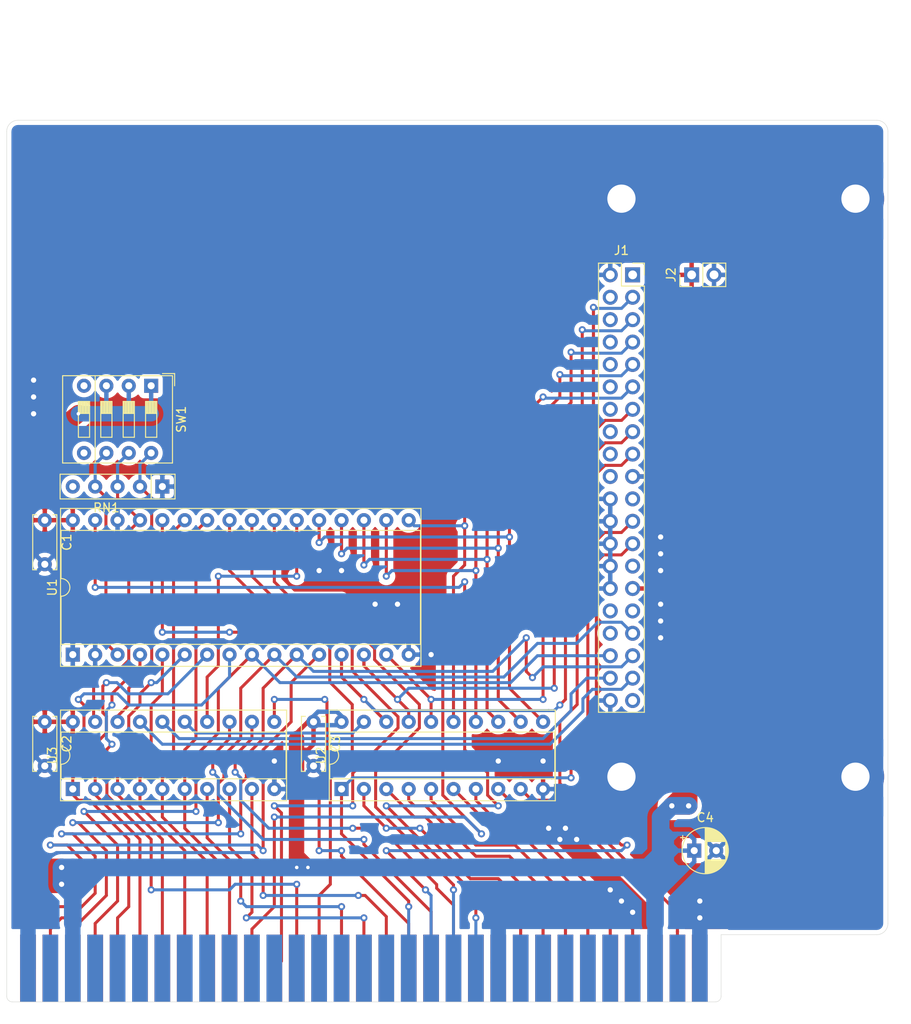
<source format=kicad_pcb>
(kicad_pcb (version 20171130) (host pcbnew "(5.1.9)-1")
  (layers (0 F.Cu signal) (31 B.Cu signal) (34 B.Paste user) (35 F.Paste user) (36 B.SilkS user) (37 F.SilkS user) (38 B.Mask user) (39 F.Mask user) (44 Edge.Cuts user))
  (net 0 "")
  (net 1 "Net-(J1-Pad8)")
  (net 2 A00)
  (net 3 A01)
  (net 4 A02)
  (net 5 A03)
  (net 6 A04)
  (net 7 A05)
  (net 8 A06)
  (net 9 A07)
  (net 10 A08)
  (net 11 A09)
  (net 12 A10)
  (net 13 A11)
  (net 14 A12)
  (net 15 A13)
  (net 16 A14)
  (net 17 A15)
  (net 18 A16)
  (net 19 A17)
  (net 20 A18)
  (net 21 A19)
  (net 22 D0)
  (net 23 D1)
  (net 24 D2)
  (net 25 D3)
  (net 26 D4)
  (net 27 D5)
  (net 28 D6)
  (net 29 D7)
  (net 30 GND)
  (net 31 VCC)
  (net 32 ~IOR)
  (net 33 ~IOW)
  (net 34 ~MEMR)
  (net 35 ~MEMW)
  (net 36 RESET)
  (net 37 ~CS1~_ATA)
  (net 38 ~CS0~_ATA)
  (net 39 D0_BUF)
  (net 40 D1_BUF)
  (net 41 D2_BUF)
  (net 42 D3_BUF)
  (net 43 D4_BUF)
  (net 44 D5_BUF)
  (net 45 D6_BUF)
  (net 46 D7_BUF)
  (net 47 ~RESET)
  (net 48 V20_JUMPER)
  (net 49 ~CE~_BIOS)
  (net 50 ~CE~_D_BUF)
  (net 51 ROM_ADDR_JUMPER)
  (net 52 ATA_ADDR_JUMPER)
  (net 53 "Net-(RN1-Pad5)")
  (net 54 "Net-(SW1-Pad4)")
  (net 55 "Net-(SW1-Pad5)")
  (net 56 "Net-(J1-Pad39)")
  (net 57 "Net-(J1-Pad34)")
  (net 58 "Net-(J1-Pad32)")
  (net 59 "Net-(J1-Pad31)")
  (net 60 "Net-(J1-Pad27)")
  (net 61 "Net-(J1-Pad21)")
  (net 62 "Net-(J1-Pad20)")
  (net 63 "Net-(J1-Pad18)")
  (net 64 "Net-(J1-Pad16)")
  (net 65 "Net-(J1-Pad14)")
  (net 66 "Net-(J1-Pad12)")
  (net 67 "Net-(J1-Pad10)")
  (net 68 "Net-(J1-Pad6)")
  (net 69 "Net-(J1-Pad4)")
  (net 70 "Net-(J3-Pad8)")
  (net 71 "Net-(J1-Pad28)")
  (net 72 "Net-(J3-Pad42)")
  (net 73 "Net-(J3-Pad41)")
  (net 74 "Net-(J3-Pad32)")
  (net 75 "Net-(J3-Pad30)")
  (net 76 "Net-(J3-Pad28)")
  (net 77 "Net-(J3-Pad27)")
  (net 78 "Net-(J3-Pad26)")
  (net 79 "Net-(J3-Pad25)")
  (net 80 "Net-(J3-Pad24)")
  (net 81 "Net-(J3-Pad23)")
  (net 82 "Net-(J3-Pad22)")
  (net 83 "Net-(J3-Pad21)")
  (net 84 "Net-(J3-Pad20)")
  (net 85 "Net-(J3-Pad19)")
  (net 86 "Net-(J3-Pad18)")
  (net 87 "Net-(J3-Pad17)")
  (net 88 "Net-(J3-Pad16)")
  (net 89 "Net-(J3-Pad15)")
  (net 90 "Net-(J3-Pad9)")
  (net 91 "Net-(J3-Pad7)")
  (net 92 "Net-(J3-Pad6)")
  (net 93 "Net-(J3-Pad5)")
  (net 94 "Net-(J3-Pad4)")
  (module Connector_PinHeader_2.54mm:PinHeader_1x02_P2.54mm_Vertical (layer F.Cu) (at 174.331 59.817 90)
    (fp_text reference J2 (at 0 -2.33 90) (layer F.SilkS))
    (fp_text value "CF Adapter Power")
    (pad 2 thru_hole oval (at 0 2.54 90) (size 1.7 1.7) (drill 1) (layers *.Cu *.Mask) (net 30 GND))
    (pad 1 thru_hole rect (at 0 0 90) (size 1.7 1.7) (drill 1) (layers *.Cu *.Mask) (net 31 VCC))
  )
  (module Button_Switch_THT:SW_DIP_SPSTx04_Slide_9.78x12.34mm_W7.62mm_P2.54mm (layer F.Cu) (at 113.03 72.39 270)
    (fp_text reference SW1 (at 3.81 -3.42 270) (layer F.SilkS))
    (fp_text value "DIP Switch x3 or x4")
    (pad 8 thru_hole oval (at 7.62 0 270) (size 1.6 1.6) (drill 0.8) (layers *.Cu *.Mask) (net 51 ROM_ADDR_JUMPER))
    (pad 4 thru_hole oval (at 0 7.62 270) (size 1.6 1.6) (drill 0.8) (layers *.Cu *.Mask) (net 54 "Net-(SW1-Pad4)"))
    (pad 7 thru_hole oval (at 7.62 2.54 270) (size 1.6 1.6) (drill 0.8) (layers *.Cu *.Mask) (net 52 ATA_ADDR_JUMPER))
    (pad 3 thru_hole oval (at 0 5.08 270) (size 1.6 1.6) (drill 0.8) (layers *.Cu *.Mask) (net 31 VCC))
    (pad 6 thru_hole oval (at 7.62 5.08 270) (size 1.6 1.6) (drill 0.8) (layers *.Cu *.Mask) (net 48 V20_JUMPER))
    (pad 2 thru_hole oval (at 0 2.54 270) (size 1.6 1.6) (drill 0.8) (layers *.Cu *.Mask) (net 31 VCC))
    (pad 5 thru_hole oval (at 7.62 7.62 270) (size 1.6 1.6) (drill 0.8) (layers *.Cu *.Mask) (net 55 "Net-(SW1-Pad5)"))
    (pad 1 thru_hole rect (at 0 0 270) (size 1.6 1.6) (drill 0.8) (layers *.Cu *.Mask) (net 31 VCC))
  )
  (module MountingHole:MountingHole_3.5mm_Pad (layer F.Cu) (at 192.913 116.713)
    (fp_text reference MH4 hide)
    (fp_text value MH)
    (pad "" thru_hole circle (at 0 0) (size 6.5 6.5) (drill 3.2) (layers *.Cu *.Mask) (net 30 GND))
  )
  (module Resistor_THT:R_Array_SIP5 (layer F.Cu) (at 114.3 83.82 180)
    (fp_text reference RN1 (at 6.35 -2.4) (layer F.SilkS))
    (fp_text value 10K)
    (pad 5 thru_hole oval (at 10.16 0 180) (size 1.6 1.6) (drill 0.8) (layers *.Cu *.Mask) (net 53 "Net-(RN1-Pad5)"))
    (pad 4 thru_hole oval (at 7.62 0 180) (size 1.6 1.6) (drill 0.8) (layers *.Cu *.Mask) (net 48 V20_JUMPER))
    (pad 3 thru_hole oval (at 5.08 0 180) (size 1.6 1.6) (drill 0.8) (layers *.Cu *.Mask) (net 52 ATA_ADDR_JUMPER))
    (pad 2 thru_hole oval (at 2.54 0 180) (size 1.6 1.6) (drill 0.8) (layers *.Cu *.Mask) (net 51 ROM_ADDR_JUMPER))
    (pad 1 thru_hole rect (at 0 0 180) (size 1.6 1.6) (drill 0.8) (layers *.Cu *.Mask) (net 30 GND))
  )
  (module Capacitor_THT:CP_Radial_D5.0mm_P2.50mm (layer F.Cu) (at 174.625 125.095)
    (fp_text reference C4 (at 1.25 -3.75) (layer F.SilkS))
    (fp_text value 22uF)
    (pad 2 thru_hole circle (at 2.5 0) (size 1.6 1.6) (drill 0.8) (layers *.Cu *.Mask) (net 30 GND))
    (pad 1 thru_hole rect (at 0 0) (size 1.6 1.6) (drill 0.8) (layers *.Cu *.Mask) (net 31 VCC))
  )
  (module Capacitor_THT:C_Disc_D6.0mm_W2.5mm_P5.00mm (layer F.Cu) (at 131.445 110.49 270)
    (fp_text reference C3 (at 2.5 -2.5 90) (layer F.SilkS))
    (fp_text value 0.1uF)
    (pad 2 thru_hole circle (at 5 0 270) (size 1.6 1.6) (drill 0.8) (layers *.Cu *.Mask) (net 30 GND))
    (pad 1 thru_hole circle (at 0 0 270) (size 1.6 1.6) (drill 0.8) (layers *.Cu *.Mask) (net 31 VCC))
  )
  (module Capacitor_THT:C_Disc_D6.0mm_W2.5mm_P5.00mm (layer F.Cu) (at 100.965 110.49 270)
    (fp_text reference C2 (at 2.5 -2.5 90) (layer F.SilkS))
    (fp_text value 0.1uF)
    (pad 2 thru_hole circle (at 5 0 270) (size 1.6 1.6) (drill 0.8) (layers *.Cu *.Mask) (net 30 GND))
    (pad 1 thru_hole circle (at 0 0 270) (size 1.6 1.6) (drill 0.8) (layers *.Cu *.Mask) (net 31 VCC))
  )
  (module Capacitor_THT:C_Disc_D6.0mm_W2.5mm_P5.00mm (layer F.Cu) (at 100.965 87.63 270)
    (fp_text reference C1 (at 2.5 -2.5 90) (layer F.SilkS))
    (fp_text value 0.1uF)
    (pad 2 thru_hole circle (at 5 0 270) (size 1.6 1.6) (drill 0.8) (layers *.Cu *.Mask) (net 30 GND))
    (pad 1 thru_hole circle (at 0 0 270) (size 1.6 1.6) (drill 0.8) (layers *.Cu *.Mask) (net 31 VCC))
  )
  (module Package_DIP:DIP-20_W7.62mm_Socket (layer F.Cu) (at 104.14 118.11 90)
    (fp_text reference U3 (at 3.81 -2.33 90) (layer F.SilkS))
    (fp_text value GAL16V8)
    (pad 20 thru_hole oval (at 7.62 0 90) (size 1.6 1.6) (drill 0.8) (layers *.Cu *.Mask) (net 31 VCC))
    (pad 10 thru_hole oval (at 0 22.86 90) (size 1.6 1.6) (drill 0.8) (layers *.Cu *.Mask) (net 30 GND))
    (pad 19 thru_hole oval (at 7.62 2.54 90) (size 1.6 1.6) (drill 0.8) (layers *.Cu *.Mask) (net 52 ATA_ADDR_JUMPER))
    (pad 9 thru_hole oval (at 0 20.32 90) (size 1.6 1.6) (drill 0.8) (layers *.Cu *.Mask) (net 18 A16))
    (pad 18 thru_hole oval (at 7.62 5.08 90) (size 1.6 1.6) (drill 0.8) (layers *.Cu *.Mask) (net 51 ROM_ADDR_JUMPER))
    (pad 8 thru_hole oval (at 0 17.78 90) (size 1.6 1.6) (drill 0.8) (layers *.Cu *.Mask) (net 17 A15))
    (pad 17 thru_hole oval (at 7.62 7.62 90) (size 1.6 1.6) (drill 0.8) (layers *.Cu *.Mask) (net 38 ~CS0~_ATA))
    (pad 7 thru_hole oval (at 0 15.24 90) (size 1.6 1.6) (drill 0.8) (layers *.Cu *.Mask) (net 16 A14))
    (pad 16 thru_hole oval (at 7.62 10.16 90) (size 1.6 1.6) (drill 0.8) (layers *.Cu *.Mask) (net 37 ~CS1~_ATA))
    (pad 6 thru_hole oval (at 0 12.7 90) (size 1.6 1.6) (drill 0.8) (layers *.Cu *.Mask) (net 11 A09))
    (pad 15 thru_hole oval (at 7.62 12.7 90) (size 1.6 1.6) (drill 0.8) (layers *.Cu *.Mask) (net 50 ~CE~_D_BUF))
    (pad 5 thru_hole oval (at 0 10.16 90) (size 1.6 1.6) (drill 0.8) (layers *.Cu *.Mask) (net 10 A08))
    (pad 14 thru_hole oval (at 7.62 15.24 90) (size 1.6 1.6) (drill 0.8) (layers *.Cu *.Mask) (net 49 ~CE~_BIOS))
    (pad 4 thru_hole oval (at 0 7.62 90) (size 1.6 1.6) (drill 0.8) (layers *.Cu *.Mask) (net 9 A07))
    (pad 13 thru_hole oval (at 7.62 17.78 90) (size 1.6 1.6) (drill 0.8) (layers *.Cu *.Mask) (net 20 A18))
    (pad 3 thru_hole oval (at 0 5.08 90) (size 1.6 1.6) (drill 0.8) (layers *.Cu *.Mask) (net 8 A06))
    (pad 12 thru_hole oval (at 7.62 20.32 90) (size 1.6 1.6) (drill 0.8) (layers *.Cu *.Mask) (net 21 A19))
    (pad 2 thru_hole oval (at 0 2.54 90) (size 1.6 1.6) (drill 0.8) (layers *.Cu *.Mask) (net 7 A05))
    (pad 11 thru_hole oval (at 7.62 22.86 90) (size 1.6 1.6) (drill 0.8) (layers *.Cu *.Mask) (net 19 A17))
    (pad 1 thru_hole rect (at 0 0 90) (size 1.6 1.6) (drill 0.8) (layers *.Cu *.Mask) (net 6 A04))
  )
  (module Package_DIP:DIP-20_W7.62mm_Socket (layer F.Cu) (at 134.62 118.11 90)
    (fp_text reference U2 (at 3.81 -2.33 90) (layer F.SilkS))
    (fp_text value 74HCT245)
    (pad 20 thru_hole oval (at 7.62 0 90) (size 1.6 1.6) (drill 0.8) (layers *.Cu *.Mask) (net 31 VCC))
    (pad 10 thru_hole oval (at 0 22.86 90) (size 1.6 1.6) (drill 0.8) (layers *.Cu *.Mask) (net 30 GND))
    (pad 19 thru_hole oval (at 7.62 2.54 90) (size 1.6 1.6) (drill 0.8) (layers *.Cu *.Mask) (net 50 ~CE~_D_BUF))
    (pad 9 thru_hole oval (at 0 20.32 90) (size 1.6 1.6) (drill 0.8) (layers *.Cu *.Mask) (net 29 D7))
    (pad 18 thru_hole oval (at 7.62 5.08 90) (size 1.6 1.6) (drill 0.8) (layers *.Cu *.Mask) (net 39 D0_BUF))
    (pad 8 thru_hole oval (at 0 17.78 90) (size 1.6 1.6) (drill 0.8) (layers *.Cu *.Mask) (net 28 D6))
    (pad 17 thru_hole oval (at 7.62 7.62 90) (size 1.6 1.6) (drill 0.8) (layers *.Cu *.Mask) (net 40 D1_BUF))
    (pad 7 thru_hole oval (at 0 15.24 90) (size 1.6 1.6) (drill 0.8) (layers *.Cu *.Mask) (net 27 D5))
    (pad 16 thru_hole oval (at 7.62 10.16 90) (size 1.6 1.6) (drill 0.8) (layers *.Cu *.Mask) (net 41 D2_BUF))
    (pad 6 thru_hole oval (at 0 12.7 90) (size 1.6 1.6) (drill 0.8) (layers *.Cu *.Mask) (net 26 D4))
    (pad 15 thru_hole oval (at 7.62 12.7 90) (size 1.6 1.6) (drill 0.8) (layers *.Cu *.Mask) (net 42 D3_BUF))
    (pad 5 thru_hole oval (at 0 10.16 90) (size 1.6 1.6) (drill 0.8) (layers *.Cu *.Mask) (net 25 D3))
    (pad 14 thru_hole oval (at 7.62 15.24 90) (size 1.6 1.6) (drill 0.8) (layers *.Cu *.Mask) (net 43 D4_BUF))
    (pad 4 thru_hole oval (at 0 7.62 90) (size 1.6 1.6) (drill 0.8) (layers *.Cu *.Mask) (net 24 D2))
    (pad 13 thru_hole oval (at 7.62 17.78 90) (size 1.6 1.6) (drill 0.8) (layers *.Cu *.Mask) (net 44 D5_BUF))
    (pad 3 thru_hole oval (at 0 5.08 90) (size 1.6 1.6) (drill 0.8) (layers *.Cu *.Mask) (net 23 D1))
    (pad 12 thru_hole oval (at 7.62 20.32 90) (size 1.6 1.6) (drill 0.8) (layers *.Cu *.Mask) (net 45 D6_BUF))
    (pad 2 thru_hole oval (at 0 2.54 90) (size 1.6 1.6) (drill 0.8) (layers *.Cu *.Mask) (net 22 D0))
    (pad 11 thru_hole oval (at 7.62 22.86 90) (size 1.6 1.6) (drill 0.8) (layers *.Cu *.Mask) (net 46 D7_BUF))
    (pad 1 thru_hole rect (at 0 0 90) (size 1.6 1.6) (drill 0.8) (layers *.Cu *.Mask) (net 32 ~IOR))
  )
  (module Package_DIP:DIP-32_W15.24mm_Socket (layer F.Cu) (at 104.14 102.87 90)
    (fp_text reference U1 (at 7.62 -2.33 90) (layer F.SilkS))
    (fp_text value "BIOS FLASH")
    (pad 32 thru_hole oval (at 15.24 0 90) (size 1.6 1.6) (drill 0.8) (layers *.Cu *.Mask) (net 31 VCC))
    (pad 16 thru_hole oval (at 0 38.1 90) (size 1.6 1.6) (drill 0.8) (layers *.Cu *.Mask) (net 30 GND))
    (pad 31 thru_hole oval (at 15.24 2.54 90) (size 1.6 1.6) (drill 0.8) (layers *.Cu *.Mask) (net 35 ~MEMW))
    (pad 15 thru_hole oval (at 0 35.56 90) (size 1.6 1.6) (drill 0.8) (layers *.Cu *.Mask) (net 41 D2_BUF))
    (pad 30 thru_hole oval (at 15.24 5.08 90) (size 1.6 1.6) (drill 0.8) (layers *.Cu *.Mask) (net 30 GND))
    (pad 14 thru_hole oval (at 0 33.02 90) (size 1.6 1.6) (drill 0.8) (layers *.Cu *.Mask) (net 40 D1_BUF))
    (pad 29 thru_hole oval (at 15.24 7.62 90) (size 1.6 1.6) (drill 0.8) (layers *.Cu *.Mask) (net 52 ATA_ADDR_JUMPER))
    (pad 13 thru_hole oval (at 0 30.48 90) (size 1.6 1.6) (drill 0.8) (layers *.Cu *.Mask) (net 39 D0_BUF))
    (pad 28 thru_hole oval (at 15.24 10.16 90) (size 1.6 1.6) (drill 0.8) (layers *.Cu *.Mask) (net 15 A13))
    (pad 12 thru_hole oval (at 0 27.94 90) (size 1.6 1.6) (drill 0.8) (layers *.Cu *.Mask) (net 2 A00))
    (pad 27 thru_hole oval (at 15.24 12.7 90) (size 1.6 1.6) (drill 0.8) (layers *.Cu *.Mask) (net 10 A08))
    (pad 11 thru_hole oval (at 0 25.4 90) (size 1.6 1.6) (drill 0.8) (layers *.Cu *.Mask) (net 3 A01))
    (pad 26 thru_hole oval (at 15.24 15.24 90) (size 1.6 1.6) (drill 0.8) (layers *.Cu *.Mask) (net 11 A09))
    (pad 10 thru_hole oval (at 0 22.86 90) (size 1.6 1.6) (drill 0.8) (layers *.Cu *.Mask) (net 4 A02))
    (pad 25 thru_hole oval (at 15.24 17.78 90) (size 1.6 1.6) (drill 0.8) (layers *.Cu *.Mask) (net 13 A11))
    (pad 9 thru_hole oval (at 0 20.32 90) (size 1.6 1.6) (drill 0.8) (layers *.Cu *.Mask) (net 5 A03))
    (pad 24 thru_hole oval (at 15.24 20.32 90) (size 1.6 1.6) (drill 0.8) (layers *.Cu *.Mask) (net 34 ~MEMR))
    (pad 8 thru_hole oval (at 0 17.78 90) (size 1.6 1.6) (drill 0.8) (layers *.Cu *.Mask) (net 6 A04))
    (pad 23 thru_hole oval (at 15.24 22.86 90) (size 1.6 1.6) (drill 0.8) (layers *.Cu *.Mask) (net 12 A10))
    (pad 7 thru_hole oval (at 0 15.24 90) (size 1.6 1.6) (drill 0.8) (layers *.Cu *.Mask) (net 7 A05))
    (pad 22 thru_hole oval (at 15.24 25.4 90) (size 1.6 1.6) (drill 0.8) (layers *.Cu *.Mask) (net 49 ~CE~_BIOS))
    (pad 6 thru_hole oval (at 0 12.7 90) (size 1.6 1.6) (drill 0.8) (layers *.Cu *.Mask) (net 8 A06))
    (pad 21 thru_hole oval (at 15.24 27.94 90) (size 1.6 1.6) (drill 0.8) (layers *.Cu *.Mask) (net 46 D7_BUF))
    (pad 5 thru_hole oval (at 0 10.16 90) (size 1.6 1.6) (drill 0.8) (layers *.Cu *.Mask) (net 9 A07))
    (pad 20 thru_hole oval (at 15.24 30.48 90) (size 1.6 1.6) (drill 0.8) (layers *.Cu *.Mask) (net 45 D6_BUF))
    (pad 4 thru_hole oval (at 0 7.62 90) (size 1.6 1.6) (drill 0.8) (layers *.Cu *.Mask) (net 14 A12))
    (pad 19 thru_hole oval (at 15.24 33.02 90) (size 1.6 1.6) (drill 0.8) (layers *.Cu *.Mask) (net 44 D5_BUF))
    (pad 3 thru_hole oval (at 0 5.08 90) (size 1.6 1.6) (drill 0.8) (layers *.Cu *.Mask) (net 48 V20_JUMPER))
    (pad 18 thru_hole oval (at 15.24 35.56 90) (size 1.6 1.6) (drill 0.8) (layers *.Cu *.Mask) (net 43 D4_BUF))
    (pad 2 thru_hole oval (at 0 2.54 90) (size 1.6 1.6) (drill 0.8) (layers *.Cu *.Mask) (net 30 GND))
    (pad 17 thru_hole oval (at 15.24 38.1 90) (size 1.6 1.6) (drill 0.8) (layers *.Cu *.Mask) (net 42 D3_BUF))
    (pad 1 thru_hole rect (at 0 0 90) (size 1.6 1.6) (drill 0.8) (layers *.Cu *.Mask) (net 30 GND))
  )
  (module Connector_PinSocket_2.54mm:PinSocket_2x20_P2.54mm_Vertical (layer F.Cu) (at 167.64 59.817)
    (fp_text reference J1 (at -1.27 -2.77) (layer F.SilkS))
    (fp_text value IDE_CONNECTOR)
    (pad 40 thru_hole oval (at -2.54 48.26) (size 1.7 1.7) (drill 1) (layers *.Cu *.Mask) (net 30 GND))
    (pad 39 thru_hole oval (at 0 48.26) (size 1.7 1.7) (drill 1) (layers *.Cu *.Mask) (net 56 "Net-(J1-Pad39)"))
    (pad 38 thru_hole oval (at -2.54 45.72) (size 1.7 1.7) (drill 1) (layers *.Cu *.Mask) (net 37 ~CS1~_ATA))
    (pad 37 thru_hole oval (at 0 45.72) (size 1.7 1.7) (drill 1) (layers *.Cu *.Mask) (net 38 ~CS0~_ATA))
    (pad 36 thru_hole oval (at -2.54 43.18) (size 1.7 1.7) (drill 1) (layers *.Cu *.Mask) (net 5 A03))
    (pad 35 thru_hole oval (at 0 43.18) (size 1.7 1.7) (drill 1) (layers *.Cu *.Mask) (net 3 A01))
    (pad 34 thru_hole oval (at -2.54 40.64) (size 1.7 1.7) (drill 1) (layers *.Cu *.Mask) (net 57 "Net-(J1-Pad34)"))
    (pad 33 thru_hole oval (at 0 40.64) (size 1.7 1.7) (drill 1) (layers *.Cu *.Mask) (net 4 A02))
    (pad 32 thru_hole oval (at -2.54 38.1) (size 1.7 1.7) (drill 1) (layers *.Cu *.Mask) (net 58 "Net-(J1-Pad32)"))
    (pad 31 thru_hole oval (at 0 38.1) (size 1.7 1.7) (drill 1) (layers *.Cu *.Mask) (net 59 "Net-(J1-Pad31)"))
    (pad 30 thru_hole oval (at -2.54 35.56) (size 1.7 1.7) (drill 1) (layers *.Cu *.Mask) (net 30 GND))
    (pad 29 thru_hole oval (at 0 35.56) (size 1.7 1.7) (drill 1) (layers *.Cu *.Mask) (net 31 VCC))
    (pad 28 thru_hole oval (at -2.54 33.02) (size 1.7 1.7) (drill 1) (layers *.Cu *.Mask) (net 71 "Net-(J1-Pad28)"))
    (pad 27 thru_hole oval (at 0 33.02) (size 1.7 1.7) (drill 1) (layers *.Cu *.Mask) (net 60 "Net-(J1-Pad27)"))
    (pad 26 thru_hole oval (at -2.54 30.48) (size 1.7 1.7) (drill 1) (layers *.Cu *.Mask) (net 30 GND))
    (pad 25 thru_hole oval (at 0 30.48) (size 1.7 1.7) (drill 1) (layers *.Cu *.Mask) (net 32 ~IOR))
    (pad 24 thru_hole oval (at -2.54 27.94) (size 1.7 1.7) (drill 1) (layers *.Cu *.Mask) (net 30 GND))
    (pad 23 thru_hole oval (at 0 27.94) (size 1.7 1.7) (drill 1) (layers *.Cu *.Mask) (net 33 ~IOW))
    (pad 22 thru_hole oval (at -2.54 25.4) (size 1.7 1.7) (drill 1) (layers *.Cu *.Mask) (net 30 GND))
    (pad 21 thru_hole oval (at 0 25.4) (size 1.7 1.7) (drill 1) (layers *.Cu *.Mask) (net 61 "Net-(J1-Pad21)"))
    (pad 20 thru_hole oval (at -2.54 22.86) (size 1.7 1.7) (drill 1) (layers *.Cu *.Mask) (net 62 "Net-(J1-Pad20)"))
    (pad 19 thru_hole oval (at 0 22.86) (size 1.7 1.7) (drill 1) (layers *.Cu *.Mask) (net 30 GND))
    (pad 18 thru_hole oval (at -2.54 20.32) (size 1.7 1.7) (drill 1) (layers *.Cu *.Mask) (net 63 "Net-(J1-Pad18)"))
    (pad 17 thru_hole oval (at 0 20.32) (size 1.7 1.7) (drill 1) (layers *.Cu *.Mask) (net 39 D0_BUF))
    (pad 16 thru_hole oval (at -2.54 17.78) (size 1.7 1.7) (drill 1) (layers *.Cu *.Mask) (net 64 "Net-(J1-Pad16)"))
    (pad 15 thru_hole oval (at 0 17.78) (size 1.7 1.7) (drill 1) (layers *.Cu *.Mask) (net 40 D1_BUF))
    (pad 14 thru_hole oval (at -2.54 15.24) (size 1.7 1.7) (drill 1) (layers *.Cu *.Mask) (net 65 "Net-(J1-Pad14)"))
    (pad 13 thru_hole oval (at 0 15.24) (size 1.7 1.7) (drill 1) (layers *.Cu *.Mask) (net 41 D2_BUF))
    (pad 12 thru_hole oval (at -2.54 12.7) (size 1.7 1.7) (drill 1) (layers *.Cu *.Mask) (net 66 "Net-(J1-Pad12)"))
    (pad 11 thru_hole oval (at 0 12.7) (size 1.7 1.7) (drill 1) (layers *.Cu *.Mask) (net 42 D3_BUF))
    (pad 10 thru_hole oval (at -2.54 10.16) (size 1.7 1.7) (drill 1) (layers *.Cu *.Mask) (net 67 "Net-(J1-Pad10)"))
    (pad 9 thru_hole oval (at 0 10.16) (size 1.7 1.7) (drill 1) (layers *.Cu *.Mask) (net 43 D4_BUF))
    (pad 8 thru_hole oval (at -2.54 7.62) (size 1.7 1.7) (drill 1) (layers *.Cu *.Mask) (net 1 "Net-(J1-Pad8)"))
    (pad 7 thru_hole oval (at 0 7.62) (size 1.7 1.7) (drill 1) (layers *.Cu *.Mask) (net 44 D5_BUF))
    (pad 6 thru_hole oval (at -2.54 5.08) (size 1.7 1.7) (drill 1) (layers *.Cu *.Mask) (net 68 "Net-(J1-Pad6)"))
    (pad 5 thru_hole oval (at 0 5.08) (size 1.7 1.7) (drill 1) (layers *.Cu *.Mask) (net 45 D6_BUF))
    (pad 4 thru_hole oval (at -2.54 2.54) (size 1.7 1.7) (drill 1) (layers *.Cu *.Mask) (net 69 "Net-(J1-Pad4)"))
    (pad 3 thru_hole oval (at 0 2.54) (size 1.7 1.7) (drill 1) (layers *.Cu *.Mask) (net 46 D7_BUF))
    (pad 2 thru_hole oval (at -2.54 0) (size 1.7 1.7) (drill 1) (layers *.Cu *.Mask) (net 30 GND))
    (pad 1 thru_hole rect (at 0 0) (size 1.7 1.7) (drill 1) (layers *.Cu *.Mask) (net 47 ~RESET))
  )
  (module MountingHole:MountingHole_3.5mm_Pad (layer F.Cu) (at 166.37 116.713)
    (fp_text reference MH3 hide)
    (fp_text value MH)
    (pad "" thru_hole circle (at 0 0) (size 6.5 6.5) (drill 3.2) (layers *.Cu *.Mask) (net 30 GND))
  )
  (module MountingHole:MountingHole_3.5mm_Pad (layer F.Cu) (at 166.37 51.181)
    (fp_text reference MH1 hide)
    (fp_text value MH)
    (pad "" thru_hole circle (at 0 0) (size 6.5 6.5) (drill 3.2) (layers *.Cu *.Mask) (net 30 GND))
  )
  (module MountingHole:MountingHole_3.5mm_Pad (layer F.Cu) (at 192.913 51.181)
    (fp_text reference MH2)
    (fp_text value MH)
    (pad "" thru_hole circle (at 0 0) (size 6.5 6.5) (drill 3.2) (layers *.Cu *.Mask) (net 30 GND))
  )
  (module 00Custom:BUS_XT (layer F.Cu) (at 175.26 138.43)
    (fp_text reference J3 hide)
    (fp_text value Bus_ISA_8bit)
    (pad 62 connect rect (at -76.2 0) (size 1.78 7.62) (layers F.Cu F.Mask) (net 2 A00))
    (pad 61 connect rect (at -73.66 0) (size 1.78 7.62) (layers F.Cu F.Mask) (net 3 A01))
    (pad 60 connect rect (at -71.12 0) (size 1.78 7.62) (layers F.Cu F.Mask) (net 4 A02))
    (pad 59 connect rect (at -68.58 0) (size 1.78 7.62) (layers F.Cu F.Mask) (net 5 A03))
    (pad 58 connect rect (at -66.04 0) (size 1.78 7.62) (layers F.Cu F.Mask) (net 6 A04))
    (pad 57 connect rect (at -63.5 0) (size 1.78 7.62) (layers F.Cu F.Mask) (net 7 A05))
    (pad 56 connect rect (at -60.96 0) (size 1.78 7.62) (layers F.Cu F.Mask) (net 8 A06))
    (pad 55 connect rect (at -58.42 0) (size 1.78 7.62) (layers F.Cu F.Mask) (net 9 A07))
    (pad 54 connect rect (at -55.88 0) (size 1.78 7.62) (layers F.Cu F.Mask) (net 10 A08))
    (pad 53 connect rect (at -53.34 0) (size 1.78 7.62) (layers F.Cu F.Mask) (net 11 A09))
    (pad 52 connect rect (at -50.8 0) (size 1.78 7.62) (layers F.Cu F.Mask) (net 12 A10))
    (pad 51 connect rect (at -48.26 0) (size 1.78 7.62) (layers F.Cu F.Mask) (net 13 A11))
    (pad 50 connect rect (at -45.72 0) (size 1.78 7.62) (layers F.Cu F.Mask) (net 14 A12))
    (pad 49 connect rect (at -43.18 0) (size 1.78 7.62) (layers F.Cu F.Mask) (net 15 A13))
    (pad 48 connect rect (at -40.64 0) (size 1.78 7.62) (layers F.Cu F.Mask) (net 16 A14))
    (pad 47 connect rect (at -38.1 0) (size 1.78 7.62) (layers F.Cu F.Mask) (net 17 A15))
    (pad 46 connect rect (at -35.56 0) (size 1.78 7.62) (layers F.Cu F.Mask) (net 18 A16))
    (pad 45 connect rect (at -33.02 0) (size 1.78 7.62) (layers F.Cu F.Mask) (net 19 A17))
    (pad 44 connect rect (at -30.48 0) (size 1.78 7.62) (layers F.Cu F.Mask) (net 20 A18))
    (pad 43 connect rect (at -27.94 0) (size 1.78 7.62) (layers F.Cu F.Mask) (net 21 A19))
    (pad 42 connect rect (at -25.4 0) (size 1.78 7.62) (layers F.Cu F.Mask) (net 72 "Net-(J3-Pad42)"))
    (pad 41 connect rect (at -22.86 0) (size 1.78 7.62) (layers F.Cu F.Mask) (net 73 "Net-(J3-Pad41)"))
    (pad 40 connect rect (at -20.32 0) (size 1.78 7.62) (layers F.Cu F.Mask) (net 22 D0))
    (pad 39 connect rect (at -17.78 0) (size 1.78 7.62) (layers F.Cu F.Mask) (net 23 D1))
    (pad 38 connect rect (at -15.24 0) (size 1.78 7.62) (layers F.Cu F.Mask) (net 24 D2))
    (pad 37 connect rect (at -12.7 0) (size 1.78 7.62) (layers F.Cu F.Mask) (net 25 D3))
    (pad 36 connect rect (at -10.16 0) (size 1.78 7.62) (layers F.Cu F.Mask) (net 26 D4))
    (pad 35 connect rect (at -7.62 0) (size 1.78 7.62) (layers F.Cu F.Mask) (net 27 D5))
    (pad 34 connect rect (at -5.08 0) (size 1.78 7.62) (layers F.Cu F.Mask) (net 28 D6))
    (pad 33 connect rect (at -2.54 0) (size 1.78 7.62) (layers F.Cu F.Mask) (net 29 D7))
    (pad 32 connect rect (at 0 0) (size 1.78 7.62) (layers F.Cu F.Mask) (net 74 "Net-(J3-Pad32)"))
    (pad 31 connect rect (at -76.2 0) (size 1.78 7.62) (layers B.Cu B.Mask) (net 30 GND))
    (pad 30 connect rect (at -73.66 0) (size 1.78 7.62) (layers B.Cu B.Mask) (net 75 "Net-(J3-Pad30)"))
    (pad 29 connect rect (at -71.12 0) (size 1.78 7.62) (layers B.Cu B.Mask) (net 31 VCC))
    (pad 28 connect rect (at -68.58 0) (size 1.78 7.62) (layers B.Cu B.Mask) (net 76 "Net-(J3-Pad28)"))
    (pad 27 connect rect (at -66.04 0) (size 1.78 7.62) (layers B.Cu B.Mask) (net 77 "Net-(J3-Pad27)"))
    (pad 26 connect rect (at -63.5 0) (size 1.78 7.62) (layers B.Cu B.Mask) (net 78 "Net-(J3-Pad26)"))
    (pad 25 connect rect (at -60.96 0) (size 1.78 7.62) (layers B.Cu B.Mask) (net 79 "Net-(J3-Pad25)"))
    (pad 24 connect rect (at -58.42 0) (size 1.78 7.62) (layers B.Cu B.Mask) (net 80 "Net-(J3-Pad24)"))
    (pad 23 connect rect (at -55.88 0) (size 1.78 7.62) (layers B.Cu B.Mask) (net 81 "Net-(J3-Pad23)"))
    (pad 22 connect rect (at -53.34 0) (size 1.78 7.62) (layers B.Cu B.Mask) (net 82 "Net-(J3-Pad22)"))
    (pad 21 connect rect (at -50.8 0) (size 1.78 7.62) (layers B.Cu B.Mask) (net 83 "Net-(J3-Pad21)"))
    (pad 20 connect rect (at -48.26 0) (size 1.78 7.62) (layers B.Cu B.Mask) (net 84 "Net-(J3-Pad20)"))
    (pad 19 connect rect (at -45.72 0) (size 1.78 7.62) (layers B.Cu B.Mask) (net 85 "Net-(J3-Pad19)"))
    (pad 18 connect rect (at -43.18 0) (size 1.78 7.62) (layers B.Cu B.Mask) (net 86 "Net-(J3-Pad18)"))
    (pad 17 connect rect (at -40.64 0) (size 1.78 7.62) (layers B.Cu B.Mask) (net 87 "Net-(J3-Pad17)"))
    (pad 16 connect rect (at -38.1 0) (size 1.78 7.62) (layers B.Cu B.Mask) (net 88 "Net-(J3-Pad16)"))
    (pad 15 connect rect (at -35.56 0) (size 1.78 7.62) (layers B.Cu B.Mask) (net 89 "Net-(J3-Pad15)"))
    (pad 14 connect rect (at -33.02 0) (size 1.78 7.62) (layers B.Cu B.Mask) (net 32 ~IOR))
    (pad 13 connect rect (at -30.48 0) (size 1.78 7.62) (layers B.Cu B.Mask) (net 33 ~IOW))
    (pad 12 connect rect (at -27.94 0) (size 1.78 7.62) (layers B.Cu B.Mask) (net 34 ~MEMR))
    (pad 11 connect rect (at -25.4 0) (size 1.78 7.62) (layers B.Cu B.Mask) (net 35 ~MEMW))
    (pad 10 connect rect (at -22.86 0) (size 1.78 7.62) (layers B.Cu B.Mask) (net 30 GND))
    (pad 9 connect rect (at -20.32 0) (size 1.78 7.62) (layers B.Cu B.Mask) (net 90 "Net-(J3-Pad9)"))
    (pad 8 connect rect (at -17.78 0) (size 1.78 7.62) (layers B.Cu B.Mask) (net 70 "Net-(J3-Pad8)"))
    (pad 7 connect rect (at -15.24 0) (size 1.78 7.62) (layers B.Cu B.Mask) (net 91 "Net-(J3-Pad7)"))
    (pad 6 connect rect (at -12.7 0) (size 1.78 7.62) (layers B.Cu B.Mask) (net 92 "Net-(J3-Pad6)"))
    (pad 5 connect rect (at -10.16 0) (size 1.78 7.62) (layers B.Cu B.Mask) (net 93 "Net-(J3-Pad5)"))
    (pad 4 connect rect (at -7.62 0) (size 1.78 7.62) (layers B.Cu B.Mask) (net 94 "Net-(J3-Pad4)"))
    (pad 3 connect rect (at -5.08 0) (size 1.78 7.62) (layers B.Cu B.Mask) (net 31 VCC))
    (pad 2 connect rect (at -2.54 0) (size 1.78 7.62) (layers B.Cu B.Mask) (net 36 RESET))
    (pad 1 connect rect (at 0 0) (size 1.78 7.62) (layers B.Cu B.Mask) (net 30 GND))
  )
  (gr_line (start 196.596 43.561) (end 196.596 133.35) (layer Edge.Cuts) (width 0.05))
  (gr_line (start 96.647 43.561) (end 96.647 141.605) (layer Edge.Cuts) (width 0.05))
  (gr_line (start 97.282 142.24) (end 177.038 142.24) (layer Edge.Cuts) (width 0.05))
  (gr_line (start 177.673 134.62) (end 195.326 134.62) (layer Edge.Cuts) (width 0.05))
  (gr_line (start 195.326 42.291) (end 97.917 42.291) (layer Edge.Cuts) (width 0.05))
  (gr_arc (start 195.326 43.561) (end 196.596 43.561) (angle -90) (layer Edge.Cuts) (width 0.05))
  (gr_arc (start 195.326 133.35) (end 195.326 134.62) (angle -90) (layer Edge.Cuts) (width 0.05))
  (gr_line (start 177.673 141.605) (end 177.673 134.62) (layer Edge.Cuts) (width 0.05))
  (gr_arc (start 97.917 43.561) (end 97.917 42.291) (angle -90) (layer Edge.Cuts) (width 0.05))
  (gr_arc (start 177.038 141.605) (end 177.038 142.24) (angle -90) (layer Edge.Cuts) (width 0.05))
  (gr_arc (start 97.282 141.605) (end 96.647 141.605) (angle -90) (layer Edge.Cuts) (width 0.05))
  (via (at 125.73 125.095) (size 0.8) (drill 0.4) (layers F.Cu B.Cu) (net 2))
  (segment (start 125.73 124.46) (end 125.73 125.095) (width 0.34) (layer F.Cu) (net 2))
  (segment (start 125.73 113.665) (end 125.73 124.46) (width 0.34) (layer F.Cu) (net 2))
  (segment (start 128.905 110.49) (end 125.73 113.665) (width 0.34) (layer F.Cu) (net 2))
  (segment (start 128.905 106.045) (end 128.905 110.49) (width 0.34) (layer F.Cu) (net 2))
  (segment (start 132.08 102.87) (end 128.905 106.045) (width 0.34) (layer F.Cu) (net 2))
  (segment (start 125.095 124.46) (end 125.73 125.095) (width 0.34) (layer B.Cu) (net 2))
  (segment (start 101.6 124.46) (end 125.095 124.46) (width 0.34) (layer B.Cu) (net 2))
  (via (at 101.6 124.46) (size 0.8) (drill 0.4) (layers F.Cu B.Cu) (net 2))
  (segment (start 99.06 133.35) (end 99.06 138.43) (width 0.34) (layer F.Cu) (net 2))
  (segment (start 100.965 131.445) (end 99.06 133.35) (width 0.34) (layer F.Cu) (net 2))
  (segment (start 105.41 129.54) (end 103.505 131.445) (width 0.34) (layer F.Cu) (net 2))
  (segment (start 103.505 131.445) (end 100.965 131.445) (width 0.34) (layer F.Cu) (net 2))
  (segment (start 105.41 126.365) (end 105.41 129.54) (width 0.34) (layer F.Cu) (net 2))
  (segment (start 103.505 124.46) (end 105.41 126.365) (width 0.34) (layer F.Cu) (net 2))
  (segment (start 101.6 124.46) (end 103.505 124.46) (width 0.34) (layer F.Cu) (net 2))
  (via (at 123.19 123.19) (size 0.8) (drill 0.4) (layers F.Cu B.Cu) (net 3))
  (segment (start 123.19 117.475) (end 123.19 123.19) (width 0.34) (layer F.Cu) (net 3))
  (segment (start 123.825 116.84) (end 123.19 117.475) (width 0.34) (layer F.Cu) (net 3))
  (segment (start 123.825 114.3) (end 123.825 116.84) (width 0.34) (layer F.Cu) (net 3))
  (segment (start 125.73 112.395) (end 123.825 114.3) (width 0.34) (layer F.Cu) (net 3))
  (segment (start 125.73 106.68) (end 125.73 112.395) (width 0.34) (layer F.Cu) (net 3))
  (segment (start 129.54 102.87) (end 125.73 106.68) (width 0.34) (layer F.Cu) (net 3))
  (segment (start 123.19 123.19) (end 102.87 123.19) (width 0.34) (layer B.Cu) (net 3))
  (via (at 102.87 123.19) (size 0.8) (drill 0.4) (layers F.Cu B.Cu) (net 3))
  (segment (start 101.6 133.985) (end 101.6 138.43) (width 0.34) (layer F.Cu) (net 3))
  (segment (start 103.88625 132.715) (end 102.87 132.715) (width 0.34) (layer F.Cu) (net 3))
  (segment (start 102.87 132.715) (end 101.6 133.985) (width 0.34) (layer F.Cu) (net 3))
  (segment (start 106.68 129.92125) (end 103.88625 132.715) (width 0.34) (layer F.Cu) (net 3))
  (segment (start 106.68 125.73) (end 106.68 129.92125) (width 0.34) (layer F.Cu) (net 3))
  (segment (start 104.14 123.19) (end 106.68 125.73) (width 0.34) (layer F.Cu) (net 3))
  (segment (start 102.87 123.19) (end 104.14 123.19) (width 0.34) (layer F.Cu) (net 3))
  (via (at 156.274757 105.474757) (size 0.8) (drill 0.4) (layers F.Cu B.Cu) (net 3))
  (segment (start 166.379999 104.257001) (end 167.64 102.997) (width 0.34) (layer B.Cu) (net 3))
  (segment (start 157.492513 104.257001) (end 166.379999 104.257001) (width 0.34) (layer B.Cu) (net 3))
  (segment (start 156.274757 105.474757) (end 157.492513 104.257001) (width 0.34) (layer B.Cu) (net 3))
  (segment (start 155.575 104.775) (end 156.274757 105.474757) (width 0.34) (layer F.Cu) (net 3))
  (segment (start 155.575 100.965) (end 155.575 104.775) (width 0.34) (layer F.Cu) (net 3))
  (via (at 155.575 100.965) (size 0.8) (drill 0.4) (layers F.Cu B.Cu) (net 3))
  (segment (start 131.445 104.775) (end 129.54 102.87) (width 0.34) (layer B.Cu) (net 3))
  (segment (start 151.765 104.775) (end 131.445 104.775) (width 0.34) (layer B.Cu) (net 3))
  (segment (start 155.575 100.965) (end 151.765 104.775) (width 0.34) (layer B.Cu) (net 3))
  (via (at 120.65 121.92) (size 0.8) (drill 0.4) (layers F.Cu B.Cu) (net 4))
  (segment (start 120.65 117.475) (end 120.65 121.92) (width 0.34) (layer F.Cu) (net 4))
  (segment (start 121.285 116.84) (end 120.65 117.475) (width 0.34) (layer F.Cu) (net 4))
  (segment (start 121.285 114.3) (end 121.285 116.84) (width 0.34) (layer F.Cu) (net 4))
  (segment (start 123.19 112.395) (end 121.285 114.3) (width 0.34) (layer F.Cu) (net 4))
  (segment (start 123.19 106.68) (end 123.19 112.395) (width 0.34) (layer F.Cu) (net 4))
  (segment (start 127 102.87) (end 123.19 106.68) (width 0.34) (layer F.Cu) (net 4))
  (segment (start 120.65 121.92) (end 104.14 121.92) (width 0.34) (layer B.Cu) (net 4))
  (via (at 104.14 121.92) (size 0.8) (drill 0.4) (layers F.Cu B.Cu) (net 4))
  (segment (start 104.14 133.985) (end 104.14 138.43) (width 0.34) (layer F.Cu) (net 4))
  (segment (start 107.95 130.175) (end 104.14 133.985) (width 0.34) (layer F.Cu) (net 4))
  (segment (start 107.95 125.095) (end 107.95 130.175) (width 0.34) (layer F.Cu) (net 4))
  (segment (start 104.775 121.92) (end 107.95 125.095) (width 0.34) (layer F.Cu) (net 4))
  (segment (start 104.14 121.92) (end 104.775 121.92) (width 0.34) (layer F.Cu) (net 4))
  (segment (start 129.54 105.41) (end 127 102.87) (width 0.34) (layer B.Cu) (net 4))
  (segment (start 153.035 105.41) (end 129.54 105.41) (width 0.34) (layer B.Cu) (net 4))
  (segment (start 156.845 101.6) (end 153.035 105.41) (width 0.34) (layer B.Cu) (net 4))
  (segment (start 161.29 101.6) (end 156.845 101.6) (width 0.34) (layer B.Cu) (net 4))
  (segment (start 163.693001 99.196999) (end 161.29 101.6) (width 0.34) (layer B.Cu) (net 4))
  (segment (start 166.379999 99.196999) (end 163.693001 99.196999) (width 0.34) (layer B.Cu) (net 4))
  (segment (start 167.64 100.457) (end 166.379999 99.196999) (width 0.34) (layer B.Cu) (net 4))
  (via (at 118.11 120.65) (size 0.8) (drill 0.4) (layers F.Cu B.Cu) (net 5))
  (segment (start 118.11 120.65) (end 105.41 120.65) (width 0.34) (layer B.Cu) (net 5))
  (via (at 105.41 120.65) (size 0.8) (drill 0.4) (layers F.Cu B.Cu) (net 5))
  (segment (start 109.22 124.46) (end 105.41 120.65) (width 0.34) (layer F.Cu) (net 5))
  (segment (start 109.22 130.81) (end 109.22 124.46) (width 0.34) (layer F.Cu) (net 5))
  (segment (start 106.68 133.35) (end 109.22 130.81) (width 0.34) (layer F.Cu) (net 5))
  (segment (start 106.68 138.43) (end 106.68 133.35) (width 0.34) (layer F.Cu) (net 5))
  (segment (start 118.11 114.3) (end 118.11 120.65) (width 0.34) (layer F.Cu) (net 5))
  (segment (start 120.65 111.76) (end 118.11 114.3) (width 0.34) (layer F.Cu) (net 5))
  (segment (start 120.65 106.68) (end 120.65 111.76) (width 0.34) (layer F.Cu) (net 5))
  (segment (start 124.46 102.87) (end 120.65 106.68) (width 0.34) (layer F.Cu) (net 5))
  (segment (start 127.635 106.045) (end 124.46 102.87) (width 0.34) (layer B.Cu) (net 5))
  (segment (start 153.797 106.045) (end 127.635 106.045) (width 0.34) (layer B.Cu) (net 5))
  (segment (start 156.845 102.997) (end 153.797 106.045) (width 0.34) (layer B.Cu) (net 5))
  (segment (start 165.1 102.997) (end 156.845 102.997) (width 0.34) (layer B.Cu) (net 5))
  (via (at 104.775 107.95) (size 0.8) (drill 0.4) (layers F.Cu B.Cu) (net 6))
  (segment (start 110.49 123.825) (end 110.49 131.445) (width 0.34) (layer F.Cu) (net 6))
  (segment (start 106.045 119.38) (end 110.49 123.825) (width 0.34) (layer F.Cu) (net 6))
  (segment (start 104.775 119.38) (end 106.045 119.38) (width 0.34) (layer F.Cu) (net 6))
  (segment (start 104.14 118.745) (end 104.775 119.38) (width 0.34) (layer F.Cu) (net 6))
  (segment (start 104.14 116.84) (end 104.14 118.745) (width 0.34) (layer F.Cu) (net 6))
  (segment (start 105.41 115.57) (end 104.14 116.84) (width 0.34) (layer F.Cu) (net 6))
  (segment (start 109.22 132.715) (end 109.22 138.43) (width 0.34) (layer F.Cu) (net 6))
  (segment (start 105.41 108.585) (end 105.41 115.57) (width 0.34) (layer F.Cu) (net 6))
  (segment (start 110.49 131.445) (end 109.22 132.715) (width 0.34) (layer F.Cu) (net 6))
  (segment (start 104.775 107.95) (end 105.41 108.585) (width 0.34) (layer F.Cu) (net 6))
  (segment (start 118.745 108.585) (end 121.92 105.41) (width 0.34) (layer B.Cu) (net 6))
  (segment (start 109.22 107.315) (end 110.49 108.585) (width 0.34) (layer B.Cu) (net 6))
  (segment (start 110.49 108.585) (end 118.745 108.585) (width 0.34) (layer B.Cu) (net 6))
  (segment (start 105.41 107.315) (end 109.22 107.315) (width 0.34) (layer B.Cu) (net 6))
  (segment (start 104.775 107.95) (end 105.41 107.315) (width 0.34) (layer B.Cu) (net 6))
  (segment (start 121.92 105.41) (end 121.92 102.87) (width 0.34) (layer B.Cu) (net 6))
  (segment (start 114.935 107.315) (end 110.420677 107.315) (width 0.34) (layer B.Cu) (net 7))
  (segment (start 119.38 102.87) (end 114.935 107.315) (width 0.34) (layer B.Cu) (net 7))
  (via (at 107.95 106.045) (size 0.8) (drill 0.4) (layers F.Cu B.Cu) (net 7))
  (segment (start 109.150677 106.045) (end 107.95 106.045) (width 0.34) (layer B.Cu) (net 7))
  (segment (start 110.420677 107.315) (end 109.150677 106.045) (width 0.34) (layer B.Cu) (net 7))
  (segment (start 107.550001 106.444999) (end 107.95 106.045) (width 0.34) (layer F.Cu) (net 7))
  (segment (start 107.550001 109.455001) (end 107.550001 106.444999) (width 0.34) (layer F.Cu) (net 7))
  (segment (start 107.95 109.855) (end 107.550001 109.455001) (width 0.34) (layer F.Cu) (net 7))
  (segment (start 107.95 111.76) (end 107.95 109.855) (width 0.34) (layer F.Cu) (net 7))
  (segment (start 106.68 113.03) (end 107.95 111.76) (width 0.34) (layer F.Cu) (net 7))
  (segment (start 106.68 118.745) (end 106.68 113.03) (width 0.34) (layer F.Cu) (net 7))
  (segment (start 111.76 123.825) (end 106.68 118.745) (width 0.34) (layer F.Cu) (net 7))
  (segment (start 111.76 138.43) (end 111.76 123.825) (width 0.34) (layer F.Cu) (net 7))
  (segment (start 114.3 123.825) (end 110.49 120.015) (width 0.34) (layer F.Cu) (net 8))
  (segment (start 114.3 138.43) (end 114.3 123.825) (width 0.34) (layer F.Cu) (net 8))
  (via (at 113.03 106.045) (size 0.8) (drill 0.4) (layers F.Cu B.Cu) (net 8))
  (segment (start 109.22 118.745) (end 109.22 118.11) (width 0.34) (layer F.Cu) (net 8))
  (segment (start 110.49 120.015) (end 109.22 118.745) (width 0.34) (layer F.Cu) (net 8))
  (segment (start 110.49 109.855) (end 111.76 108.585) (width 0.34) (layer F.Cu) (net 8))
  (segment (start 110.49 113.665) (end 110.49 109.855) (width 0.34) (layer F.Cu) (net 8))
  (segment (start 109.22 114.935) (end 110.49 113.665) (width 0.34) (layer F.Cu) (net 8))
  (segment (start 109.22 118.11) (end 109.22 114.935) (width 0.34) (layer F.Cu) (net 8))
  (segment (start 113.03 106.045) (end 111.76 107.315) (width 0.34) (layer F.Cu) (net 8))
  (segment (start 111.76 108.585) (end 111.76 107.315) (width 0.34) (layer F.Cu) (net 8))
  (segment (start 113.665 106.045) (end 113.03 106.045) (width 0.34) (layer B.Cu) (net 8))
  (segment (start 116.84 102.87) (end 113.665 106.045) (width 0.34) (layer B.Cu) (net 8))
  (segment (start 113.03 115.57) (end 113.03 108.585) (width 0.34) (layer F.Cu) (net 9))
  (segment (start 111.76 116.84) (end 113.03 115.57) (width 0.34) (layer F.Cu) (net 9))
  (segment (start 111.76 120.015) (end 111.76 116.84) (width 0.34) (layer F.Cu) (net 9))
  (segment (start 116.84 125.095) (end 111.76 120.015) (width 0.34) (layer F.Cu) (net 9))
  (segment (start 113.03 108.585) (end 114.3 107.315) (width 0.34) (layer F.Cu) (net 9))
  (segment (start 116.84 138.43) (end 116.84 125.095) (width 0.34) (layer F.Cu) (net 9))
  (segment (start 114.3 107.315) (end 114.3 102.87) (width 0.34) (layer F.Cu) (net 9))
  (segment (start 119.38 126.365) (end 119.38 138.43) (width 0.34) (layer F.Cu) (net 10))
  (segment (start 114.3 121.285) (end 119.38 126.365) (width 0.34) (layer F.Cu) (net 10))
  (segment (start 114.3 116.84) (end 114.3 121.285) (width 0.34) (layer F.Cu) (net 10))
  (segment (start 115.57 115.57) (end 114.3 116.84) (width 0.34) (layer F.Cu) (net 10))
  (segment (start 115.57 88.9) (end 115.57 115.57) (width 0.34) (layer F.Cu) (net 10))
  (segment (start 116.84 87.63) (end 115.57 88.9) (width 0.34) (layer F.Cu) (net 10))
  (segment (start 121.92 127.635) (end 121.92 138.43) (width 0.34) (layer F.Cu) (net 11))
  (segment (start 116.84 122.555) (end 121.92 127.635) (width 0.34) (layer F.Cu) (net 11))
  (segment (start 116.84 113.665) (end 116.84 122.555) (width 0.34) (layer F.Cu) (net 11))
  (segment (start 118.11 112.395) (end 116.84 113.665) (width 0.34) (layer F.Cu) (net 11))
  (segment (start 118.11 88.9) (end 118.11 112.395) (width 0.34) (layer F.Cu) (net 11))
  (segment (start 119.38 87.63) (end 118.11 88.9) (width 0.34) (layer F.Cu) (net 11))
  (segment (start 147.955 121.285) (end 148.59 121.285) (width 0.34) (layer B.Cu) (net 12))
  (segment (start 127 121.285) (end 127 131.445) (width 0.34) (layer F.Cu) (net 12))
  (segment (start 127 131.445) (end 124.46 133.985) (width 0.34) (layer F.Cu) (net 12))
  (segment (start 124.46 133.985) (end 124.46 138.43) (width 0.34) (layer F.Cu) (net 12))
  (via (at 127 121.285) (size 0.8) (drill 0.4) (layers F.Cu B.Cu) (net 12))
  (segment (start 127 121.285) (end 148.59 121.285) (width 0.34) (layer B.Cu) (net 12))
  (via (at 150.495 123.19) (size 0.8) (drill 0.4) (layers F.Cu B.Cu) (net 12))
  (segment (start 148.59 121.285) (end 150.495 123.19) (width 0.34) (layer B.Cu) (net 12))
  (segment (start 146.109999 118.804999) (end 150.495 123.19) (width 0.34) (layer F.Cu) (net 12))
  (segment (start 146.109999 102.294999) (end 146.109999 118.804999) (width 0.34) (layer F.Cu) (net 12))
  (segment (start 144.145 100.33) (end 146.109999 102.294999) (width 0.34) (layer F.Cu) (net 12))
  (segment (start 138.43 100.33) (end 144.145 100.33) (width 0.34) (layer F.Cu) (net 12))
  (segment (start 134.62 96.52) (end 138.43 100.33) (width 0.34) (layer F.Cu) (net 12))
  (segment (start 128.905 96.52) (end 134.62 96.52) (width 0.34) (layer F.Cu) (net 12))
  (segment (start 127 94.615) (end 128.905 96.52) (width 0.34) (layer F.Cu) (net 12))
  (segment (start 127 87.63) (end 127 94.615) (width 0.34) (layer F.Cu) (net 12))
  (via (at 135.89 120.015) (size 0.8) (drill 0.4) (layers F.Cu B.Cu) (net 13))
  (segment (start 135.89 120.015) (end 135.324315 120.015) (width 0.34) (layer B.Cu) (net 13))
  (segment (start 127.810001 120.825001) (end 127 120.015) (width 0.34) (layer F.Cu) (net 13))
  (segment (start 127.810001 137.619999) (end 127.810001 120.825001) (width 0.34) (layer F.Cu) (net 13))
  (segment (start 127 138.43) (end 127.810001 137.619999) (width 0.34) (layer F.Cu) (net 13))
  (via (at 127 120.015) (size 0.8) (drill 0.4) (layers F.Cu B.Cu) (net 13))
  (segment (start 135.324315 120.015) (end 127 120.015) (width 0.34) (layer B.Cu) (net 13))
  (segment (start 135.89 116.319198) (end 135.89 120.015) (width 0.34) (layer F.Cu) (net 13))
  (segment (start 141.029999 111.179199) (end 135.89 116.319198) (width 0.34) (layer F.Cu) (net 13))
  (segment (start 141.029999 109.914999) (end 141.029999 111.179199) (width 0.34) (layer F.Cu) (net 13))
  (segment (start 135.830001 101.540001) (end 135.830001 104.715001) (width 0.34) (layer F.Cu) (net 13))
  (segment (start 133.35 99.06) (end 135.830001 101.540001) (width 0.34) (layer F.Cu) (net 13))
  (segment (start 135.830001 104.715001) (end 141.029999 109.914999) (width 0.34) (layer F.Cu) (net 13))
  (segment (start 127.635 99.06) (end 133.35 99.06) (width 0.34) (layer F.Cu) (net 13))
  (segment (start 121.92 93.345) (end 127.635 99.06) (width 0.34) (layer F.Cu) (net 13))
  (segment (start 121.92 87.63) (end 121.92 93.345) (width 0.34) (layer F.Cu) (net 13))
  (via (at 129.54 128.905) (size 0.8) (drill 0.4) (layers F.Cu B.Cu) (net 14))
  (segment (start 129.54 138.43) (end 129.54 128.905) (width 0.34) (layer F.Cu) (net 14))
  (via (at 113.03 129.54) (size 0.8) (drill 0.4) (layers F.Cu B.Cu) (net 14))
  (segment (start 108.009999 113.605001) (end 108.585 113.03) (width 0.34) (layer F.Cu) (net 14))
  (segment (start 108.009999 118.804999) (end 108.009999 113.605001) (width 0.34) (layer F.Cu) (net 14))
  (segment (start 113.03 123.825) (end 108.009999 118.804999) (width 0.34) (layer F.Cu) (net 14))
  (segment (start 113.03 129.54) (end 113.03 123.825) (width 0.34) (layer F.Cu) (net 14))
  (via (at 108.585 113.03) (size 0.8) (drill 0.4) (layers F.Cu B.Cu) (net 14))
  (via (at 108.585 108.584996) (size 0.8) (drill 0.4) (layers F.Cu B.Cu) (net 14))
  (segment (start 111.76 102.87) (end 111.76 104.14) (width 0.34) (layer F.Cu) (net 14))
  (segment (start 111.76 104.14) (end 108.585 107.315) (width 0.34) (layer F.Cu) (net 14))
  (segment (start 108.585 107.315) (end 108.585 108.584996) (width 0.34) (layer F.Cu) (net 14))
  (segment (start 107.95 109.219996) (end 108.585 108.584996) (width 0.34) (layer B.Cu) (net 14))
  (segment (start 107.95 112.395) (end 107.95 109.219996) (width 0.34) (layer B.Cu) (net 14))
  (segment (start 108.585 113.03) (end 107.95 112.395) (width 0.34) (layer B.Cu) (net 14))
  (segment (start 121.92 129.54) (end 113.03 129.54) (width 0.34) (layer B.Cu) (net 14))
  (segment (start 122.555 128.905) (end 121.92 129.54) (width 0.34) (layer B.Cu) (net 14))
  (segment (start 129.54 128.905) (end 122.555 128.905) (width 0.34) (layer B.Cu) (net 14))
  (via (at 114.3 100.33) (size 0.8) (drill 0.4) (layers F.Cu B.Cu) (net 15))
  (segment (start 114.3 87.63) (end 114.3 100.505) (width 0.34) (layer F.Cu) (net 15))
  (via (at 121.920006 100.33) (size 0.8) (drill 0.4) (layers F.Cu B.Cu) (net 15))
  (segment (start 114.3 100.505) (end 114.475 100.33) (width 0.34) (layer B.Cu) (net 15))
  (segment (start 121.920006 100.33) (end 114.3 100.33) (width 0.34) (layer B.Cu) (net 15))
  (segment (start 132.08 100.33) (end 121.920006 100.33) (width 0.34) (layer F.Cu) (net 15))
  (segment (start 133.290001 101.540001) (end 132.08 100.33) (width 0.34) (layer F.Cu) (net 15))
  (segment (start 135.840001 108.535001) (end 133.290001 105.985001) (width 0.34) (layer F.Cu) (net 15))
  (segment (start 135.840001 114.352504) (end 135.840001 108.535001) (width 0.34) (layer F.Cu) (net 15))
  (segment (start 133.35 116.842505) (end 135.840001 114.352504) (width 0.34) (layer F.Cu) (net 15))
  (segment (start 133.35 128.905) (end 133.35 116.842505) (width 0.34) (layer F.Cu) (net 15))
  (segment (start 133.290001 105.985001) (end 133.290001 101.540001) (width 0.34) (layer F.Cu) (net 15))
  (segment (start 132.08 130.175) (end 133.35 128.905) (width 0.34) (layer F.Cu) (net 15))
  (segment (start 132.08 138.43) (end 132.08 130.175) (width 0.34) (layer F.Cu) (net 15))
  (via (at 134.62 131.445) (size 0.8) (drill 0.4) (layers F.Cu B.Cu) (net 16))
  (segment (start 134.62 131.445) (end 134.62 138.43) (width 0.34) (layer F.Cu) (net 16))
  (segment (start 123.825 131.445) (end 134.62 131.445) (width 0.34) (layer B.Cu) (net 16))
  (segment (start 123.19 130.81) (end 123.825 131.445) (width 0.34) (layer B.Cu) (net 16))
  (segment (start 119.38 123.639742) (end 119.38 118.11) (width 0.34) (layer F.Cu) (net 16))
  (segment (start 123.19 127.449742) (end 119.38 123.639742) (width 0.34) (layer F.Cu) (net 16))
  (segment (start 123.19 130.81) (end 123.19 127.449742) (width 0.34) (layer F.Cu) (net 16))
  (via (at 123.19 130.81) (size 0.8) (drill 0.4) (layers F.Cu B.Cu) (net 16))
  (via (at 137.16 132.715) (size 0.8) (drill 0.4) (layers F.Cu B.Cu) (net 17))
  (segment (start 137.16 132.715) (end 137.16 138.43) (width 0.34) (layer F.Cu) (net 17))
  (segment (start 123.825 132.715) (end 137.16 132.715) (width 0.34) (layer B.Cu) (net 17))
  (via (at 123.825 132.715) (size 0.8) (drill 0.4) (layers F.Cu B.Cu) (net 17))
  (segment (start 121.92 124.731185) (end 121.92 118.11) (width 0.34) (layer F.Cu) (net 17))
  (segment (start 124.46 127.271185) (end 121.92 124.731185) (width 0.34) (layer F.Cu) (net 17))
  (segment (start 124.46 132.08) (end 124.46 127.271185) (width 0.34) (layer F.Cu) (net 17))
  (segment (start 123.825 132.715) (end 124.46 132.08) (width 0.34) (layer F.Cu) (net 17))
  (via (at 125.73 130.175) (size 0.8) (drill 0.4) (layers F.Cu B.Cu) (net 18))
  (segment (start 125.73 126.6825) (end 125.73 130.175) (width 0.34) (layer F.Cu) (net 18))
  (segment (start 124.46 125.4125) (end 125.73 126.6825) (width 0.34) (layer F.Cu) (net 18))
  (segment (start 124.46 118.11) (end 124.46 125.4125) (width 0.34) (layer F.Cu) (net 18))
  (segment (start 125.73 130.175) (end 136.525 130.175) (width 0.34) (layer B.Cu) (net 18))
  (via (at 136.525 130.175) (size 0.8) (drill 0.4) (layers F.Cu B.Cu) (net 18))
  (segment (start 139.7 132.573894) (end 139.7 138.43) (width 0.34) (layer F.Cu) (net 18))
  (segment (start 137.301106 130.175) (end 139.7 132.573894) (width 0.34) (layer F.Cu) (net 18))
  (segment (start 136.525 130.175) (end 137.301106 130.175) (width 0.34) (layer F.Cu) (net 18))
  (via (at 132.08 125.095) (size 0.8) (drill 0.4) (layers F.Cu B.Cu) (net 19))
  (via (at 134.62 125.095) (size 0.8) (drill 0.4) (layers F.Cu B.Cu) (net 19))
  (segment (start 132.08 125.095) (end 134.62 125.095) (width 0.34) (layer B.Cu) (net 19))
  (via (at 132.715 107.95) (size 0.8) (drill 0.4) (layers F.Cu B.Cu) (net 19))
  (segment (start 127 107.95) (end 132.715 107.95) (width 0.34) (layer B.Cu) (net 19))
  (segment (start 127 110.49) (end 127 107.95) (width 0.34) (layer F.Cu) (net 19))
  (via (at 127 107.95) (size 0.8) (drill 0.4) (layers F.Cu B.Cu) (net 19))
  (segment (start 134.62 125.73) (end 134.62 125.095) (width 0.34) (layer F.Cu) (net 19))
  (segment (start 142.24 133.35) (end 134.62 125.73) (width 0.34) (layer F.Cu) (net 19))
  (segment (start 142.24 138.43) (end 142.24 133.35) (width 0.34) (layer F.Cu) (net 19))
  (segment (start 132.08 116.84) (end 132.08 125.095) (width 0.34) (layer F.Cu) (net 19))
  (segment (start 132.969 115.951) (end 132.08 116.84) (width 0.34) (layer F.Cu) (net 19))
  (segment (start 132.969 108.204) (end 132.969 115.951) (width 0.34) (layer F.Cu) (net 19))
  (segment (start 132.715 107.95) (end 132.969 108.204) (width 0.34) (layer F.Cu) (net 19))
  (via (at 137.16 123.825) (size 0.8) (drill 0.4) (layers F.Cu B.Cu) (net 20))
  (via (at 120.015 116.205) (size 0.8) (drill 0.4) (layers F.Cu B.Cu) (net 20))
  (segment (start 121.92 110.49) (end 121.92 112.395) (width 0.34) (layer F.Cu) (net 20))
  (segment (start 121.92 112.395) (end 120.015 114.3) (width 0.34) (layer F.Cu) (net 20))
  (segment (start 120.65 118.745) (end 120.65 116.84) (width 0.34) (layer B.Cu) (net 20))
  (segment (start 120.015 114.3) (end 120.015 116.205) (width 0.34) (layer F.Cu) (net 20))
  (segment (start 137.16 123.825) (end 125.73 123.825) (width 0.34) (layer B.Cu) (net 20))
  (segment (start 125.73 123.825) (end 120.65 118.745) (width 0.34) (layer B.Cu) (net 20))
  (segment (start 120.65 116.84) (end 120.015 116.205) (width 0.34) (layer B.Cu) (net 20))
  (segment (start 144.78 132.010685) (end 144.78 138.43) (width 0.34) (layer F.Cu) (net 20))
  (segment (start 137.16 124.390685) (end 144.78 132.010685) (width 0.34) (layer F.Cu) (net 20))
  (segment (start 137.16 123.825) (end 137.16 124.390685) (width 0.34) (layer F.Cu) (net 20))
  (via (at 135.89 122.555) (size 0.8) (drill 0.4) (layers F.Cu B.Cu) (net 21))
  (segment (start 123.19 116.84) (end 122.555 116.205) (width 0.34) (layer B.Cu) (net 21))
  (segment (start 123.19 119.38) (end 123.19 116.84) (width 0.34) (layer B.Cu) (net 21))
  (segment (start 135.89 122.555) (end 126.365 122.555) (width 0.34) (layer B.Cu) (net 21))
  (segment (start 124.46 112.395) (end 122.555 114.3) (width 0.34) (layer F.Cu) (net 21))
  (segment (start 124.46 110.49) (end 124.46 112.395) (width 0.34) (layer F.Cu) (net 21))
  (segment (start 122.555 114.3) (end 122.555 116.205) (width 0.34) (layer F.Cu) (net 21))
  (segment (start 126.365 122.555) (end 123.19 119.38) (width 0.34) (layer B.Cu) (net 21))
  (via (at 122.555 116.205) (size 0.8) (drill 0.4) (layers F.Cu B.Cu) (net 21))
  (segment (start 147.32 138.43) (end 147.32 131.259741) (width 0.34) (layer F.Cu) (net 21))
  (segment (start 137.795 122.555) (end 135.89 122.555) (width 0.34) (layer F.Cu) (net 21))
  (segment (start 147.32 131.259741) (end 145.415 129.354741) (width 0.34) (layer F.Cu) (net 21))
  (segment (start 145.415 129.354741) (end 145.415 128.939661) (width 0.34) (layer F.Cu) (net 21))
  (segment (start 145.415 128.939661) (end 140.300339 123.825) (width 0.34) (layer F.Cu) (net 21))
  (segment (start 140.300339 123.825) (end 139.065 123.825) (width 0.34) (layer F.Cu) (net 21))
  (segment (start 139.065 123.825) (end 137.795 122.555) (width 0.34) (layer F.Cu) (net 21))
  (via (at 139.7 122.555) (size 0.8) (drill 0.4) (layers F.Cu B.Cu) (net 22))
  (segment (start 140.265686 122.555001) (end 139.7 122.555) (width 0.34) (layer B.Cu) (net 22))
  (segment (start 143.51 122.555001) (end 140.265686 122.555001) (width 0.34) (layer B.Cu) (net 22))
  (via (at 143.51 122.555001) (size 0.8) (drill 0.4) (layers F.Cu B.Cu) (net 22))
  (segment (start 154.94 130.81) (end 154.94 138.43) (width 0.35) (layer F.Cu) (net 22))
  (segment (start 152.4 128.27) (end 154.94 130.81) (width 0.35) (layer F.Cu) (net 22))
  (segment (start 149.225 128.27) (end 152.4 128.27) (width 0.35) (layer F.Cu) (net 22))
  (segment (start 143.510001 122.555001) (end 149.225 128.27) (width 0.35) (layer F.Cu) (net 22))
  (segment (start 143.51 122.555001) (end 143.510001 122.555001) (width 0.35) (layer F.Cu) (net 22))
  (segment (start 137.16 120.015) (end 139.7 122.555) (width 0.34) (layer F.Cu) (net 22))
  (segment (start 137.16 118.11) (end 137.16 120.015) (width 0.34) (layer F.Cu) (net 22))
  (segment (start 144.78 121.92) (end 144.145 121.285) (width 0.34) (layer F.Cu) (net 23))
  (segment (start 142.875 121.285) (end 139.7 118.11) (width 0.34) (layer F.Cu) (net 23))
  (segment (start 144.145 121.285) (end 142.875 121.285) (width 0.34) (layer F.Cu) (net 23))
  (segment (start 157.48 131.445) (end 157.48 138.43) (width 0.35) (layer F.Cu) (net 23))
  (segment (start 153.035 127) (end 157.48 131.445) (width 0.35) (layer F.Cu) (net 23))
  (segment (start 149.225 127) (end 153.035 127) (width 0.35) (layer F.Cu) (net 23))
  (segment (start 144.78 122.555) (end 149.225 127) (width 0.35) (layer F.Cu) (net 23))
  (segment (start 144.78 121.92) (end 144.78 122.555) (width 0.35) (layer F.Cu) (net 23))
  (segment (start 160.02 132.08) (end 160.02 138.43) (width 0.35) (layer F.Cu) (net 24))
  (segment (start 153.67 125.73) (end 160.02 132.08) (width 0.35) (layer F.Cu) (net 24))
  (segment (start 149.86 125.73) (end 153.67 125.73) (width 0.35) (layer F.Cu) (net 24))
  (segment (start 144.145 120.015) (end 149.86 125.73) (width 0.35) (layer F.Cu) (net 24))
  (segment (start 142.24 119.38) (end 142.24 118.11) (width 0.34) (layer F.Cu) (net 24))
  (segment (start 142.875 120.015) (end 142.24 119.38) (width 0.34) (layer F.Cu) (net 24))
  (segment (start 144.145 120.015) (end 142.875 120.015) (width 0.34) (layer F.Cu) (net 24))
  (segment (start 144.78 119.38) (end 144.78 118.11) (width 0.35) (layer F.Cu) (net 25))
  (segment (start 149.86 124.46) (end 144.78 119.38) (width 0.35) (layer F.Cu) (net 25))
  (segment (start 154.305 124.46) (end 149.86 124.46) (width 0.35) (layer F.Cu) (net 25))
  (segment (start 162.56 132.715) (end 154.305 124.46) (width 0.35) (layer F.Cu) (net 25))
  (segment (start 162.56 138.43) (end 162.56 132.715) (width 0.35) (layer F.Cu) (net 25))
  (segment (start 154.94 123.19) (end 165.1 133.35) (width 0.35) (layer F.Cu) (net 26))
  (segment (start 152.4 123.19) (end 154.94 123.19) (width 0.35) (layer F.Cu) (net 26))
  (segment (start 165.1 133.35) (end 165.1 138.43) (width 0.35) (layer F.Cu) (net 26))
  (segment (start 152.4 123.19) (end 147.32 118.11) (width 0.34) (layer F.Cu) (net 26))
  (segment (start 155.575 121.92) (end 167.64 133.985) (width 0.35) (layer F.Cu) (net 27))
  (segment (start 153.67 121.92) (end 155.575 121.92) (width 0.35) (layer F.Cu) (net 27))
  (segment (start 167.64 133.985) (end 167.64 138.43) (width 0.35) (layer F.Cu) (net 27))
  (segment (start 149.86 119.38) (end 149.86 118.11) (width 0.34) (layer F.Cu) (net 27))
  (segment (start 152.4 121.92) (end 149.86 119.38) (width 0.34) (layer F.Cu) (net 27))
  (segment (start 153.67 121.92) (end 152.4 121.92) (width 0.34) (layer F.Cu) (net 27))
  (segment (start 170.18 130.81) (end 170.18 138.43) (width 0.35) (layer F.Cu) (net 28))
  (segment (start 160.02 120.65) (end 170.18 130.81) (width 0.35) (layer F.Cu) (net 28))
  (segment (start 154.94 120.65) (end 160.02 120.65) (width 0.35) (layer F.Cu) (net 28))
  (segment (start 152.4 118.11) (end 154.94 120.65) (width 0.35) (layer F.Cu) (net 28))
  (segment (start 172.72 134.27) (end 172.72 138.43) (width 0.35) (layer F.Cu) (net 29))
  (segment (start 160.02 119.38) (end 166.783665 126.143665) (width 0.35) (layer F.Cu) (net 29))
  (segment (start 156.21 119.38) (end 160.02 119.38) (width 0.35) (layer F.Cu) (net 29))
  (segment (start 154.94 118.11) (end 156.21 119.38) (width 0.35) (layer F.Cu) (net 29))
  (segment (start 172.72 133.35) (end 172.72 134.27) (width 0.35) (layer F.Cu) (net 29))
  (segment (start 172.72 132.08) (end 172.72 133.35) (width 0.34) (layer F.Cu) (net 29))
  (segment (start 166.783665 126.143665) (end 172.72 132.08) (width 0.34) (layer F.Cu) (net 29))
  (via (at 175.26 130.81) (size 1) (drill 0.6) (layers F.Cu B.Cu) (net 30))
  (segment (start 175.26 132.715) (end 175.26 130.81) (width 1.75) (layer B.Cu) (net 30))
  (segment (start 175.26 138.43) (end 175.26 132.715) (width 1.75) (layer B.Cu) (net 30))
  (via (at 175.26 132.715) (size 1) (drill 0.6) (layers F.Cu B.Cu) (net 30))
  (segment (start 152.4 132.715) (end 152.4 130.81) (width 1.75) (layer B.Cu) (net 30))
  (segment (start 152.4 137.795) (end 152.4 138.43) (width 1.75) (layer B.Cu) (net 30))
  (segment (start 152.4 130.81) (end 166.37 130.81) (width 0.5) (layer B.Cu) (net 30))
  (via (at 167.64 132.08) (size 1) (drill 0.6) (layers F.Cu B.Cu) (net 30))
  (via (at 166.37 130.81) (size 1) (drill 0.6) (layers F.Cu B.Cu) (net 30))
  (segment (start 167.64 132.08) (end 166.37 130.81) (width 0.5) (layer B.Cu) (net 30))
  (via (at 165.1 129.54) (size 1) (drill 0.6) (layers F.Cu B.Cu) (net 30))
  (segment (start 166.37 130.81) (end 165.1 129.54) (width 0.5) (layer B.Cu) (net 30))
  (via (at 158.115 122.555) (size 1) (drill 0.6) (layers F.Cu B.Cu) (net 30))
  (via (at 159.385 123.825) (size 1) (drill 0.6) (layers F.Cu B.Cu) (net 30))
  (segment (start 161.29 123.825) (end 159.385 123.825) (width 0.5) (layer B.Cu) (net 30))
  (via (at 161.29 123.825) (size 1) (drill 0.6) (layers F.Cu B.Cu) (net 30))
  (segment (start 160.02 122.555) (end 158.115 122.555) (width 0.5) (layer B.Cu) (net 30))
  (segment (start 160.02 122.555) (end 161.29 123.825) (width 0.5) (layer B.Cu) (net 30))
  (via (at 160.02 122.555) (size 1) (drill 0.6) (layers F.Cu B.Cu) (net 30))
  (segment (start 99.06 138.43) (end 99.06 126.365) (width 1.75) (layer B.Cu) (net 30))
  (segment (start 127 118.11) (end 127 114.935) (width 0.5) (layer F.Cu) (net 30))
  (via (at 127 114.935) (size 1) (drill 0.6) (layers F.Cu B.Cu) (net 30))
  (segment (start 152.4 132.715) (end 152.4 137.795) (width 1.75) (layer B.Cu) (net 30))
  (segment (start 106.68 97.79) (end 104.14 97.79) (width 0.5) (layer B.Cu) (net 30))
  (segment (start 106.68 102.87) (end 106.68 97.79) (width 0.5) (layer B.Cu) (net 30))
  (segment (start 157.48 118.11) (end 157.48 114.935) (width 0.5) (layer F.Cu) (net 30))
  (via (at 157.48 114.935) (size 1) (drill 0.6) (layers F.Cu B.Cu) (net 30))
  (via (at 152.4 114.935) (size 1) (drill 0.6) (layers F.Cu B.Cu) (net 30))
  (segment (start 157.48 114.935) (end 152.4 114.935) (width 0.5) (layer F.Cu) (net 30))
  (via (at 132.079994 93.345) (size 1) (drill 0.6) (layers F.Cu B.Cu) (net 30))
  (segment (start 131.444994 92.71) (end 132.079994 93.345) (width 0.5) (layer B.Cu) (net 30))
  (segment (start 104.14 102.87) (end 104.14 92.71) (width 0.5) (layer B.Cu) (net 30))
  (segment (start 104.14 92.71) (end 131.444994 92.71) (width 0.5) (layer B.Cu) (net 30))
  (segment (start 132.079994 93.345) (end 134.62 93.345) (width 0.5) (layer B.Cu) (net 30))
  (segment (start 132.079994 93.345) (end 134.62 93.345) (width 0.5) (layer F.Cu) (net 30))
  (via (at 134.62 93.345) (size 1) (drill 0.6) (layers F.Cu B.Cu) (net 30))
  (via (at 99.695 73.66) (size 1) (drill 0.6) (layers F.Cu B.Cu) (net 30))
  (segment (start 99.695 75.565) (end 99.695 73.66) (width 0.5) (layer B.Cu) (net 30))
  (via (at 99.695 75.565) (size 1) (drill 0.6) (layers F.Cu B.Cu) (net 30))
  (segment (start 99.695 73.66) (end 99.695 71.755) (width 0.5) (layer B.Cu) (net 30))
  (via (at 99.695 71.755) (size 1) (drill 0.6) (layers F.Cu B.Cu) (net 30))
  (segment (start 98.425 125.73) (end 99.06 126.365) (width 0.5) (layer B.Cu) (net 30))
  (segment (start 98.425 76.835) (end 98.425 125.73) (width 0.5) (layer B.Cu) (net 30))
  (segment (start 99.695 75.565) (end 98.425 76.835) (width 0.5) (layer B.Cu) (net 30))
  (via (at 140.97 97.155) (size 1) (drill 0.6) (layers F.Cu B.Cu) (net 30))
  (segment (start 138.43 97.155) (end 140.97 97.155) (width 0.5) (layer F.Cu) (net 30))
  (via (at 138.43 97.155) (size 1) (drill 0.6) (layers F.Cu B.Cu) (net 30))
  (segment (start 138.43 97.155) (end 134.62 93.345) (width 0.5) (layer F.Cu) (net 30))
  (segment (start 167.64 82.677) (end 170.307 82.677) (width 0.5) (layer F.Cu) (net 30))
  (via (at 170.815 93.345) (size 1) (drill 0.6) (layers F.Cu B.Cu) (net 30))
  (segment (start 170.815 83.185) (end 170.815 89.535) (width 0.5) (layer F.Cu) (net 30))
  (segment (start 170.307 82.677) (end 170.815 83.185) (width 0.5) (layer F.Cu) (net 30))
  (via (at 170.815 97.155) (size 1) (drill 0.6) (layers F.Cu B.Cu) (net 30))
  (segment (start 170.815 93.345) (end 170.815 97.155) (width 0.5) (layer B.Cu) (net 30))
  (via (at 170.815 99.06) (size 1) (drill 0.6) (layers F.Cu B.Cu) (net 30))
  (segment (start 170.815 97.155) (end 170.815 99.06) (width 0.5) (layer B.Cu) (net 30))
  (segment (start 170.815 99.06) (end 170.815 100.965) (width 0.5) (layer B.Cu) (net 30))
  (via (at 170.815 100.965) (size 1) (drill 0.6) (layers F.Cu B.Cu) (net 30))
  (segment (start 170.815 91.44) (end 170.815 93.345) (width 0.5) (layer F.Cu) (net 30))
  (via (at 170.815 91.44) (size 1) (drill 0.6) (layers F.Cu B.Cu) (net 30))
  (segment (start 170.815 89.535) (end 170.815 91.44) (width 0.5) (layer F.Cu) (net 30))
  (via (at 170.815 89.535) (size 1) (drill 0.6) (layers F.Cu B.Cu) (net 30))
  (via (at 144.78 102.87) (size 1) (drill 0.6) (layers F.Cu B.Cu) (net 30))
  (segment (start 142.24 102.87) (end 144.78 102.87) (width 0.5) (layer F.Cu) (net 30))
  (segment (start 166.37 116.713) (end 166.37 122.555) (width 0.5) (layer B.Cu) (net 30))
  (segment (start 160.02 122.555) (end 166.37 122.555) (width 0.5) (layer B.Cu) (net 30))
  (segment (start 104.14 138.43) (end 104.14 136.525) (width 1.75) (layer B.Cu) (net 31))
  (segment (start 100.965 110.49) (end 100.965 109.22) (width 0.5) (layer F.Cu) (net 31))
  (segment (start 107.95 72.39) (end 107.95 75.565) (width 0.5) (layer B.Cu) (net 31))
  (segment (start 110.49 72.39) (end 110.49 74.93) (width 0.5) (layer B.Cu) (net 31))
  (segment (start 109.855 75.565) (end 113.03 75.565) (width 1.75) (layer B.Cu) (net 31))
  (segment (start 110.49 74.93) (end 109.855 75.565) (width 0.5) (layer B.Cu) (net 31))
  (segment (start 107.95 75.565) (end 109.855 75.565) (width 1.75) (layer B.Cu) (net 31))
  (segment (start 113.03 72.39) (end 113.03 75.565) (width 0.5) (layer B.Cu) (net 31))
  (segment (start 170.18 130.175) (end 167.005 127) (width 2) (layer B.Cu) (net 31))
  (segment (start 170.18 133.35) (end 170.18 130.175) (width 2) (layer B.Cu) (net 31))
  (segment (start 170.18 138.43) (end 170.18 133.35) (width 1.75) (layer B.Cu) (net 31))
  (segment (start 104.14 136.525) (end 104.14 133.35) (width 1.75) (layer B.Cu) (net 31))
  (segment (start 167.005 127) (end 106.68 127) (width 2) (layer B.Cu) (net 31))
  (segment (start 102.87 127) (end 102.87 128.905) (width 2) (layer B.Cu) (net 31))
  (segment (start 107.315 127) (end 104.14 130.175) (width 2) (layer B.Cu) (net 31))
  (segment (start 104.14 127) (end 104.14 133.35) (width 2) (layer B.Cu) (net 31))
  (via (at 102.87 127) (size 1) (drill 0.6) (layers F.Cu B.Cu) (net 31))
  (segment (start 102.87 128.905) (end 104.14 130.175) (width 2) (layer B.Cu) (net 31))
  (via (at 102.87 128.905) (size 1) (drill 0.6) (layers F.Cu B.Cu) (net 31))
  (segment (start 102.87 127) (end 102.87 128.905) (width 2) (layer F.Cu) (net 31))
  (segment (start 100.965 110.49) (end 102.87 110.49) (width 0.5) (layer F.Cu) (net 31))
  (segment (start 98.425 127) (end 102.87 127) (width 2) (layer F.Cu) (net 31))
  (segment (start 102.87 128.905) (end 100.965 127) (width 2) (layer F.Cu) (net 31))
  (segment (start 98.425 124.46) (end 98.425 127) (width 2) (layer F.Cu) (net 31))
  (segment (start 102.87 128.905) (end 98.425 128.905) (width 2) (layer F.Cu) (net 31))
  (segment (start 98.425 128.27) (end 98.425 127) (width 2) (layer F.Cu) (net 31))
  (segment (start 129.519999 126.979999) (end 129.54 127) (width 1.75) (layer F.Cu) (net 31))
  (segment (start 130.81 113.665) (end 129.519999 114.955001) (width 0.5) (layer F.Cu) (net 31))
  (segment (start 129.519999 114.955001) (end 129.519999 126.979999) (width 1.75) (layer F.Cu) (net 31))
  (segment (start 129.54 127) (end 130.81 127) (width 1.75) (layer F.Cu) (net 31))
  (via (at 129.54 127) (size 0.8) (drill 0.4) (layers F.Cu B.Cu) (net 31))
  (segment (start 130.81 127) (end 129.519999 125.709999) (width 1.75) (layer F.Cu) (net 31))
  (via (at 130.81 127) (size 0.8) (drill 0.4) (layers F.Cu B.Cu) (net 31))
  (segment (start 167.005 127) (end 171.45 127) (width 2) (layer B.Cu) (net 31))
  (segment (start 174.625 125.095) (end 174.625 126.365) (width 0.5) (layer B.Cu) (net 31))
  (segment (start 174.625 125.095) (end 172.72 125.095) (width 0.5) (layer B.Cu) (net 31))
  (segment (start 174.625 126.365) (end 173.99 127) (width 0.5) (layer B.Cu) (net 31))
  (segment (start 171.45 127) (end 171.45 128.27) (width 2) (layer B.Cu) (net 31))
  (segment (start 172.085 128.27) (end 171.45 128.27) (width 0.5) (layer B.Cu) (net 31))
  (segment (start 173.355 127) (end 172.085 128.27) (width 0.5) (layer B.Cu) (net 31))
  (segment (start 173.355 127) (end 172.72 127) (width 0.5) (layer B.Cu) (net 31))
  (segment (start 172.72 127) (end 171.45 128.27) (width 0.5) (layer B.Cu) (net 31))
  (segment (start 172.085 128.905) (end 171.45 128.905) (width 0.5) (layer B.Cu) (net 31))
  (segment (start 173.99 127) (end 172.085 128.905) (width 0.5) (layer B.Cu) (net 31))
  (segment (start 172.72 127) (end 171.45 125.73) (width 0.5) (layer B.Cu) (net 31))
  (segment (start 174.625 123.825) (end 173.99 123.19) (width 0.5) (layer B.Cu) (net 31))
  (segment (start 174.625 125.095) (end 174.625 123.825) (width 0.5) (layer B.Cu) (net 31))
  (segment (start 172.72 123.19) (end 172.085 123.825) (width 0.5) (layer B.Cu) (net 31))
  (segment (start 173.99 123.19) (end 172.72 123.19) (width 0.5) (layer B.Cu) (net 31))
  (segment (start 172.085 124.46) (end 172.085 123.825) (width 0.5) (layer B.Cu) (net 31))
  (segment (start 172.72 125.095) (end 172.085 124.46) (width 0.5) (layer B.Cu) (net 31))
  (segment (start 168.275 127) (end 167.005 127) (width 0.5) (layer B.Cu) (net 31))
  (segment (start 172.085 123.19) (end 168.275 127) (width 0.5) (layer B.Cu) (net 31))
  (segment (start 172.72 123.19) (end 172.085 123.19) (width 0.5) (layer B.Cu) (net 31))
  (segment (start 172.72 123.19) (end 169.545 126.365) (width 0.5) (layer B.Cu) (net 31))
  (segment (start 172.72 125.095) (end 172.085 125.73) (width 0.5) (layer B.Cu) (net 31))
  (segment (start 172.085 127) (end 171.45 127) (width 0.5) (layer B.Cu) (net 31))
  (segment (start 172.72 127) (end 172.085 127) (width 0.5) (layer B.Cu) (net 31))
  (segment (start 170.815 126.365) (end 170.18 126.365) (width 0.5) (layer B.Cu) (net 31))
  (segment (start 170.18 126.365) (end 169.545 127) (width 0.5) (layer B.Cu) (net 31))
  (segment (start 172.085 125.095) (end 170.815 126.365) (width 0.5) (layer B.Cu) (net 31))
  (segment (start 172.085 124.46) (end 172.085 125.095) (width 0.5) (layer B.Cu) (net 31))
  (segment (start 172.085 125.095) (end 172.085 127) (width 0.5) (layer B.Cu) (net 31))
  (segment (start 171.45 125.73) (end 170.815 126.365) (width 0.5) (layer B.Cu) (net 31))
  (segment (start 172.085 125.73) (end 171.45 125.73) (width 0.5) (layer B.Cu) (net 31))
  (segment (start 172.72 125.095) (end 171.45 125.095) (width 0.5) (layer B.Cu) (net 31))
  (segment (start 171.45 125.095) (end 170.18 126.365) (width 0.5) (layer B.Cu) (net 31))
  (segment (start 172.085 124.46) (end 171.45 125.095) (width 0.5) (layer B.Cu) (net 31))
  (segment (start 171.45 128.27) (end 171.45 128.905) (width 0.5) (layer B.Cu) (net 31))
  (segment (start 170.815 130.175) (end 172.085 128.905) (width 0.5) (layer B.Cu) (net 31))
  (segment (start 170.18 130.175) (end 170.815 130.175) (width 0.5) (layer B.Cu) (net 31))
  (segment (start 173.355 127) (end 170.18 130.175) (width 0.5) (layer B.Cu) (net 31))
  (segment (start 173.99 127) (end 173.355 127) (width 0.5) (layer B.Cu) (net 31))
  (segment (start 131.445 113.03) (end 131.445 110.49) (width 0.5) (layer F.Cu) (net 31))
  (segment (start 130.81 113.665) (end 131.445 113.03) (width 0.5) (layer F.Cu) (net 31))
  (segment (start 131.445 110.49) (end 131.1275 110.49) (width 0.5) (layer F.Cu) (net 31))
  (segment (start 129.519999 112.395) (end 129.519999 114.955001) (width 1.75) (layer F.Cu) (net 31))
  (segment (start 130.134998 113.665) (end 129.519999 113.050001) (width 0.5) (layer F.Cu) (net 31))
  (segment (start 130.81 113.665) (end 130.134998 113.665) (width 0.5) (layer F.Cu) (net 31))
  (segment (start 129.8575 112.057499) (end 129.519999 112.395) (width 0.5) (layer F.Cu) (net 31))
  (segment (start 129.8575 111.4425) (end 129.8575 112.057499) (width 0.5) (layer F.Cu) (net 31))
  (segment (start 129.8575 111.4425) (end 129.519999 111.780001) (width 0.5) (layer F.Cu) (net 31))
  (segment (start 102.235 110.49) (end 104.14 110.49) (width 0.5) (layer F.Cu) (net 31))
  (segment (start 104.14 110.49) (end 104.14 109.22) (width 0.5) (layer F.Cu) (net 31))
  (segment (start 104.14 109.22) (end 103.505 108.585) (width 0.5) (layer F.Cu) (net 31))
  (segment (start 100.965 109.22) (end 100.33 108.585) (width 0.5) (layer F.Cu) (net 31))
  (segment (start 98.425 108.585) (end 98.425 107.95) (width 0.5) (layer F.Cu) (net 31))
  (segment (start 100.965 111.76) (end 100.33 112.395) (width 0.5) (layer F.Cu) (net 31))
  (segment (start 100.965 110.49) (end 100.965 111.76) (width 0.5) (layer F.Cu) (net 31))
  (segment (start 104.14 110.49) (end 104.14 111.76) (width 0.5) (layer F.Cu) (net 31))
  (segment (start 104.14 111.76) (end 103.505 112.395) (width 0.5) (layer F.Cu) (net 31))
  (segment (start 100.965 111.76) (end 101.6 112.395) (width 0.5) (layer F.Cu) (net 31))
  (segment (start 103.505 112.395) (end 101.6 112.395) (width 0.5) (layer F.Cu) (net 31))
  (segment (start 100.965 109.22) (end 101.6 108.585) (width 0.5) (layer F.Cu) (net 31))
  (segment (start 103.505 108.585) (end 101.6 108.585) (width 0.5) (layer F.Cu) (net 31))
  (segment (start 100.965 112.395) (end 100.33 112.395) (width 0.5) (layer F.Cu) (net 31))
  (segment (start 100.965 108.585) (end 100.965 112.395) (width 0.5) (layer F.Cu) (net 31))
  (segment (start 101.6 112.395) (end 100.965 112.395) (width 0.5) (layer F.Cu) (net 31))
  (segment (start 101.6 108.585) (end 100.965 108.585) (width 0.5) (layer F.Cu) (net 31))
  (segment (start 100.965 108.585) (end 100.33 108.585) (width 0.5) (layer F.Cu) (net 31))
  (segment (start 99.695 108.585) (end 98.425 107.315) (width 0.5) (layer F.Cu) (net 31))
  (segment (start 98.425 91.44) (end 98.425 107.315) (width 2) (layer F.Cu) (net 31))
  (segment (start 100.33 108.585) (end 99.695 108.585) (width 0.5) (layer F.Cu) (net 31))
  (segment (start 99.695 108.585) (end 98.425 108.585) (width 0.5) (layer F.Cu) (net 31))
  (segment (start 99.695 108.585) (end 98.425 109.855) (width 0.5) (layer F.Cu) (net 31))
  (segment (start 98.425 107.315) (end 98.425 109.855) (width 2) (layer F.Cu) (net 31))
  (segment (start 99.695 110.49) (end 99.06 109.855) (width 0.5) (layer F.Cu) (net 31))
  (segment (start 100.965 110.49) (end 99.695 110.49) (width 0.5) (layer F.Cu) (net 31))
  (segment (start 99.06 109.855) (end 98.425 109.855) (width 0.5) (layer F.Cu) (net 31))
  (segment (start 99.695 110.49) (end 98.425 110.49) (width 0.5) (layer F.Cu) (net 31))
  (segment (start 99.695 110.49) (end 98.425 111.76) (width 0.5) (layer F.Cu) (net 31))
  (segment (start 98.425 109.855) (end 98.425 111.76) (width 2) (layer F.Cu) (net 31))
  (segment (start 99.06 111.76) (end 98.425 111.76) (width 0.5) (layer F.Cu) (net 31))
  (segment (start 99.695 112.395) (end 99.06 111.76) (width 0.5) (layer F.Cu) (net 31))
  (segment (start 100.33 112.395) (end 99.695 112.395) (width 0.5) (layer F.Cu) (net 31))
  (segment (start 99.695 112.395) (end 98.425 112.395) (width 0.5) (layer F.Cu) (net 31))
  (segment (start 99.695 112.395) (end 98.425 113.665) (width 0.5) (layer F.Cu) (net 31))
  (segment (start 98.425 113.665) (end 98.425 124.46) (width 2) (layer F.Cu) (net 31))
  (segment (start 98.425 111.76) (end 98.425 113.665) (width 2) (layer F.Cu) (net 31))
  (segment (start 100.965 87.63) (end 104.14 87.63) (width 0.5) (layer F.Cu) (net 31))
  (segment (start 104.14 87.63) (end 104.14 86.36) (width 0.5) (layer F.Cu) (net 31))
  (segment (start 104.14 86.36) (end 103.505 85.725) (width 0.5) (layer F.Cu) (net 31))
  (segment (start 104.14 87.63) (end 104.14 88.9) (width 0.5) (layer F.Cu) (net 31))
  (segment (start 104.14 88.9) (end 103.505 89.535) (width 0.5) (layer F.Cu) (net 31))
  (segment (start 99.06 86.36) (end 98.425 86.36) (width 0.5) (layer F.Cu) (net 31))
  (segment (start 99.695 85.725) (end 99.06 86.36) (width 0.5) (layer F.Cu) (net 31))
  (segment (start 98.425 82.55) (end 98.425 81.915) (width 2) (layer F.Cu) (net 31))
  (segment (start 99.695 85.725) (end 98.425 85.725) (width 0.5) (layer F.Cu) (net 31))
  (segment (start 99.695 85.725) (end 98.425 84.455) (width 0.5) (layer F.Cu) (net 31))
  (segment (start 98.425 81.915) (end 98.425 80.645) (width 2) (layer F.Cu) (net 31))
  (segment (start 99.695 87.63) (end 98.425 86.36) (width 0.5) (layer F.Cu) (net 31))
  (segment (start 100.965 87.63) (end 99.695 87.63) (width 0.5) (layer F.Cu) (net 31))
  (segment (start 99.695 87.63) (end 98.425 87.63) (width 0.5) (layer F.Cu) (net 31))
  (segment (start 99.695 87.63) (end 98.425 88.9) (width 0.5) (layer F.Cu) (net 31))
  (segment (start 98.425 85.09) (end 98.425 82.55) (width 2) (layer F.Cu) (net 31))
  (segment (start 98.425 86.36) (end 98.425 85.09) (width 2) (layer F.Cu) (net 31))
  (segment (start 99.06 88.9) (end 98.425 88.9) (width 0.5) (layer F.Cu) (net 31))
  (segment (start 99.695 89.535) (end 99.06 88.9) (width 0.5) (layer F.Cu) (net 31))
  (segment (start 99.06 90.17) (end 98.425 90.17) (width 0.5) (layer F.Cu) (net 31))
  (segment (start 99.695 89.535) (end 99.06 90.17) (width 0.5) (layer F.Cu) (net 31))
  (segment (start 170.18 130.175) (end 170.18 128.27) (width 2) (layer B.Cu) (net 31))
  (segment (start 98.425 91.44) (end 98.425 86.36) (width 2) (layer F.Cu) (net 31))
  (segment (start 98.425 128.905) (end 98.425 128.27) (width 2) (layer F.Cu) (net 31))
  (segment (start 100.965 127) (end 98.425 124.46) (width 1) (layer F.Cu) (net 31))
  (segment (start 106.68 127) (end 102.87 127) (width 2) (layer B.Cu) (net 31))
  (segment (start 98.425 91.44) (end 98.425 88.9) (width 2) (layer F.Cu) (net 31))
  (segment (start 102.87 127) (end 102.87 127) (width 2) (layer B.Cu) (net 31))
  (segment (start 102.87 128.905) (end 102.87 128.905) (width 2) (layer B.Cu) (net 31))
  (segment (start 130.81 127) (end 130.81 127) (width 1.75) (layer F.Cu) (net 31))
  (segment (start 129.54 127) (end 129.54 127) (width 1.75) (layer F.Cu) (net 31))
  (segment (start 104.775 75.565) (end 107.95 75.565) (width 1.75) (layer B.Cu) (net 31))
  (via (at 104.775 75.565) (size 0.8) (drill 0.4) (layers F.Cu B.Cu) (net 31))
  (segment (start 104.775 75.565) (end 98.425 80.645) (width 2) (layer F.Cu) (net 31))
  (segment (start 100.965 86.36) (end 101.6 85.725) (width 0.5) (layer F.Cu) (net 31))
  (segment (start 101.6 85.725) (end 100.965 85.725) (width 0.5) (layer F.Cu) (net 31))
  (segment (start 103.505 85.725) (end 101.6 85.725) (width 0.5) (layer F.Cu) (net 31))
  (segment (start 100.965 86.36) (end 100.965 85.725) (width 0.5) (layer F.Cu) (net 31))
  (segment (start 100.965 86.36) (end 100.33 85.725) (width 0.5) (layer F.Cu) (net 31))
  (segment (start 100.33 85.725) (end 99.695 85.725) (width 0.5) (layer F.Cu) (net 31))
  (segment (start 100.965 85.725) (end 100.33 85.725) (width 0.5) (layer F.Cu) (net 31))
  (segment (start 100.965 88.9) (end 100.33 89.535) (width 0.5) (layer F.Cu) (net 31))
  (segment (start 100.33 89.535) (end 99.695 89.535) (width 0.5) (layer F.Cu) (net 31))
  (segment (start 100.965 89.535) (end 100.33 89.535) (width 0.5) (layer F.Cu) (net 31))
  (segment (start 100.965 89.535) (end 100.965 88.9) (width 0.5) (layer F.Cu) (net 31))
  (segment (start 100.965 88.9) (end 100.965 86.36) (width 0.5) (layer F.Cu) (net 31))
  (segment (start 100.965 88.9) (end 101.6 89.535) (width 0.5) (layer F.Cu) (net 31))
  (segment (start 101.6 89.535) (end 100.965 89.535) (width 0.5) (layer F.Cu) (net 31))
  (segment (start 103.505 89.535) (end 101.6 89.535) (width 0.5) (layer F.Cu) (net 31))
  (segment (start 131.826 110.871) (end 131.445 110.49) (width 0.5) (layer B.Cu) (net 31))
  (segment (start 134.239 110.871) (end 131.826 110.871) (width 0.5) (layer B.Cu) (net 31))
  (segment (start 134.62 110.49) (end 134.239 110.871) (width 0.5) (layer B.Cu) (net 31))
  (segment (start 131.445 109.855) (end 131.445 110.49) (width 0.5) (layer B.Cu) (net 31))
  (segment (start 131.953 109.347) (end 131.445 109.855) (width 0.5) (layer B.Cu) (net 31))
  (segment (start 134.112 109.347) (end 131.953 109.347) (width 0.5) (layer B.Cu) (net 31))
  (segment (start 134.62 109.855) (end 134.112 109.347) (width 0.5) (layer B.Cu) (net 31))
  (segment (start 134.62 110.49) (end 134.62 109.855) (width 0.5) (layer B.Cu) (net 31))
  (segment (start 130.81 110.49) (end 129.8575 111.4425) (width 0.5) (layer F.Cu) (net 31))
  (segment (start 131.445 110.49) (end 130.81 110.49) (width 0.5) (layer F.Cu) (net 31))
  (segment (start 170.815 126.365) (end 170.815 121.285) (width 2) (layer B.Cu) (net 31))
  (via (at 173.99 120.015) (size 1) (drill 0.6) (layers F.Cu B.Cu) (net 31))
  (segment (start 172.085 120.015) (end 173.99 120.015) (width 2) (layer B.Cu) (net 31))
  (segment (start 170.815 121.285) (end 172.085 120.015) (width 2) (layer B.Cu) (net 31))
  (segment (start 172.72 57.785) (end 173.99 57.785) (width 0.5) (layer F.Cu) (net 31))
  (segment (start 172.085 58.42) (end 172.72 57.785) (width 0.5) (layer F.Cu) (net 31))
  (segment (start 174.331 58.126) (end 174.331 59.817) (width 0.5) (layer F.Cu) (net 31))
  (segment (start 172.085 59.309) (end 172.085 58.42) (width 0.5) (layer F.Cu) (net 31))
  (segment (start 173.99 57.785) (end 174.331 58.126) (width 0.5) (layer F.Cu) (net 31))
  (segment (start 172.593 59.817) (end 172.085 59.309) (width 0.5) (layer F.Cu) (net 31))
  (segment (start 172.085 60.325) (end 172.593 59.817) (width 0.5) (layer F.Cu) (net 31))
  (segment (start 172.085 60.96) (end 172.085 60.325) (width 0.5) (layer F.Cu) (net 31))
  (segment (start 173.99 62.865) (end 172.085 60.96) (width 0.5) (layer F.Cu) (net 31))
  (segment (start 172.593 59.817) (end 174.331 59.817) (width 0.5) (layer F.Cu) (net 31))
  (segment (start 172.085 59.309) (end 172.085 60.325) (width 0.5) (layer F.Cu) (net 31))
  (segment (start 172.085 61.595) (end 173.99 63.5) (width 0.5) (layer F.Cu) (net 31))
  (segment (start 172.085 60.96) (end 172.085 61.595) (width 0.5) (layer F.Cu) (net 31))
  (segment (start 174.331 62.524) (end 174.331 59.817) (width 0.5) (layer F.Cu) (net 31))
  (segment (start 173.99 62.865) (end 174.331 62.524) (width 0.5) (layer F.Cu) (net 31))
  (segment (start 173.99 120.015) (end 172.085 120.015) (width 2) (layer F.Cu) (net 31))
  (segment (start 173.99 120.015) (end 173.99 118.11) (width 2) (layer F.Cu) (net 31))
  (segment (start 173.99 118.11) (end 172.085 120.015) (width 2) (layer F.Cu) (net 31))
  (segment (start 172.085 120.015) (end 172.085 120.015) (width 2) (layer F.Cu) (net 31))
  (via (at 172.085 120.015) (size 1) (drill 0.6) (layers F.Cu B.Cu) (net 31))
  (segment (start 172.085 123.19) (end 171.45 122.555) (width 0.5) (layer B.Cu) (net 31))
  (segment (start 173.482 95.377) (end 173.99 95.885) (width 0.5) (layer F.Cu) (net 31))
  (segment (start 167.64 95.377) (end 173.482 95.377) (width 0.5) (layer F.Cu) (net 31))
  (segment (start 173.99 95.885) (end 173.99 62.865) (width 2) (layer F.Cu) (net 31))
  (segment (start 173.99 118.11) (end 173.99 95.885) (width 2) (layer F.Cu) (net 31))
  (via (at 160.655 116.84) (size 0.8) (drill 0.4) (layers F.Cu B.Cu) (net 32))
  (segment (start 134.62 118.11) (end 135.89 116.84) (width 0.34) (layer B.Cu) (net 32))
  (segment (start 135.89 116.84) (end 160.655 116.84) (width 0.34) (layer B.Cu) (net 32))
  (segment (start 160.655 116.84) (end 160.655 112.395) (width 0.34) (layer F.Cu) (net 32))
  (segment (start 160.655 112.395) (end 162.56 110.49) (width 0.34) (layer F.Cu) (net 32))
  (segment (start 162.56 93.345) (end 164.338 91.567) (width 0.34) (layer F.Cu) (net 32))
  (segment (start 162.56 110.49) (end 162.56 93.345) (width 0.34) (layer F.Cu) (net 32))
  (segment (start 164.338 91.567) (end 166.37 91.567) (width 0.34) (layer F.Cu) (net 32))
  (segment (start 166.37 91.567) (end 167.64 90.297) (width 0.34) (layer F.Cu) (net 32))
  (segment (start 134.62 123.19) (end 134.62 118.11) (width 0.34) (layer F.Cu) (net 32))
  (segment (start 142.24 131.445) (end 142.24 130.81) (width 0.34) (layer F.Cu) (net 32))
  (segment (start 142.24 130.81) (end 134.62 123.19) (width 0.34) (layer F.Cu) (net 32))
  (segment (start 142.24 138.43) (end 142.24 131.445) (width 0.34) (layer B.Cu) (net 32))
  (via (at 142.24 131.445) (size 0.8) (drill 0.4) (layers F.Cu B.Cu) (net 32))
  (segment (start 161.34499 92.12999) (end 164.44798 89.027) (width 0.34) (layer F.Cu) (net 33))
  (segment (start 166.37 89.027) (end 167.64 87.757) (width 0.34) (layer F.Cu) (net 33))
  (segment (start 159.385 110.49) (end 161.34499 108.53001) (width 0.34) (layer F.Cu) (net 33))
  (segment (start 159.385 117.475) (end 159.385 110.49) (width 0.34) (layer F.Cu) (net 33))
  (segment (start 161.34499 108.53001) (end 161.34499 92.12999) (width 0.34) (layer F.Cu) (net 33))
  (segment (start 164.44798 89.027) (end 166.37 89.027) (width 0.34) (layer F.Cu) (net 33))
  (via (at 167.005 124.46) (size 0.8) (drill 0.4) (layers F.Cu B.Cu) (net 33))
  (segment (start 167.005 124.46) (end 166.37 124.46) (width 0.34) (layer F.Cu) (net 33))
  (segment (start 166.37 124.46) (end 159.385 117.475) (width 0.34) (layer F.Cu) (net 33))
  (segment (start 144.145 129.54) (end 144.78 130.175) (width 0.34) (layer B.Cu) (net 33))
  (segment (start 144.145 129.54) (end 139.7 125.095) (width 0.34) (layer F.Cu) (net 33))
  (segment (start 144.78 130.175) (end 144.78 138.43) (width 0.34) (layer B.Cu) (net 33))
  (via (at 144.145 129.54) (size 0.8) (drill 0.4) (layers F.Cu B.Cu) (net 33))
  (via (at 139.7 125.095) (size 0.8) (drill 0.4) (layers F.Cu B.Cu) (net 33))
  (segment (start 167.005 124.46) (end 166.37 125.095) (width 0.34) (layer B.Cu) (net 33))
  (segment (start 166.37 125.095) (end 139.7 125.095) (width 0.34) (layer B.Cu) (net 33))
  (segment (start 147.32 138.43) (end 147.32 129.54) (width 0.34) (layer B.Cu) (net 34))
  (via (at 147.32 129.54) (size 0.8) (drill 0.4) (layers F.Cu B.Cu) (net 34))
  (segment (start 138.489999 120.144314) (end 147.32 128.974315) (width 0.34) (layer F.Cu) (net 34))
  (segment (start 143.450001 108.525001) (end 143.450001 111.184999) (width 0.34) (layer F.Cu) (net 34))
  (segment (start 138.370001 103.445001) (end 143.450001 108.525001) (width 0.34) (layer F.Cu) (net 34))
  (segment (start 138.489999 116.145001) (end 138.489999 120.144314) (width 0.34) (layer F.Cu) (net 34))
  (segment (start 138.370001 102.175001) (end 138.370001 103.445001) (width 0.34) (layer F.Cu) (net 34))
  (segment (start 147.32 128.974315) (end 147.32 129.54) (width 0.34) (layer F.Cu) (net 34))
  (segment (start 128.27 97.79) (end 133.985 97.79) (width 0.34) (layer F.Cu) (net 34))
  (segment (start 124.46 93.98) (end 128.27 97.79) (width 0.34) (layer F.Cu) (net 34))
  (segment (start 143.450001 111.184999) (end 138.489999 116.145001) (width 0.34) (layer F.Cu) (net 34))
  (segment (start 133.985 97.79) (end 138.370001 102.175001) (width 0.34) (layer F.Cu) (net 34))
  (segment (start 124.46 87.63) (end 124.46 93.98) (width 0.34) (layer F.Cu) (net 34))
  (segment (start 106.68 87.63) (end 106.68 95.25) (width 0.34) (layer F.Cu) (net 35))
  (via (at 106.68 95.25) (size 0.8) (drill 0.4) (layers F.Cu B.Cu) (net 35))
  (via (at 139.7 120.015) (size 0.8) (drill 0.4) (layers F.Cu B.Cu) (net 35))
  (segment (start 149.86 130.175) (end 149.86 132.715) (width 0.34) (layer F.Cu) (net 35))
  (segment (start 139.7 120.015) (end 149.86 130.175) (width 0.34) (layer F.Cu) (net 35))
  (segment (start 149.86 138.43) (end 149.86 132.715) (width 0.34) (layer B.Cu) (net 35))
  (via (at 149.86 132.715) (size 0.8) (drill 0.4) (layers F.Cu B.Cu) (net 35))
  (via (at 148.59 94.615) (size 0.8) (drill 0.4) (layers F.Cu B.Cu) (net 35))
  (segment (start 146.05 95.25) (end 106.68 95.25) (width 0.34) (layer B.Cu) (net 35))
  (segment (start 148.59 94.615) (end 147.955 95.25) (width 0.34) (layer B.Cu) (net 35))
  (via (at 152.4 120.015) (size 0.8) (drill 0.4) (layers F.Cu B.Cu) (net 35))
  (segment (start 139.7 120.015) (end 152.4 120.015) (width 0.34) (layer B.Cu) (net 35))
  (segment (start 147.955 95.25) (end 146.05 95.25) (width 0.34) (layer B.Cu) (net 35))
  (segment (start 151.189999 118.804999) (end 152.4 120.015) (width 0.34) (layer F.Cu) (net 35))
  (segment (start 151.189999 116.264999) (end 151.189999 118.804999) (width 0.34) (layer F.Cu) (net 35))
  (segment (start 148.59 113.665) (end 151.189999 116.264999) (width 0.34) (layer F.Cu) (net 35))
  (segment (start 148.59 94.615) (end 148.59 113.665) (width 0.34) (layer F.Cu) (net 35))
  (segment (start 116.205 112.395) (end 114.3 110.49) (width 0.34) (layer B.Cu) (net 37))
  (segment (start 160.655 109.22) (end 157.48 112.395) (width 0.34) (layer B.Cu) (net 37))
  (segment (start 157.48 112.395) (end 116.205 112.395) (width 0.34) (layer B.Cu) (net 37))
  (segment (start 160.655 107.315) (end 160.655 109.22) (width 0.34) (layer B.Cu) (net 37))
  (segment (start 162.433 105.537) (end 160.655 107.315) (width 0.34) (layer B.Cu) (net 37))
  (segment (start 165.1 105.537) (end 162.433 105.537) (width 0.34) (layer B.Cu) (net 37))
  (segment (start 114.3 113.03) (end 111.76 110.49) (width 0.34) (layer B.Cu) (net 38))
  (segment (start 158.267398 113.03) (end 114.3 113.03) (width 0.34) (layer B.Cu) (net 38))
  (segment (start 162.001199 109.296199) (end 158.267398 113.03) (width 0.34) (layer B.Cu) (net 38))
  (segment (start 162.001199 107.873801) (end 162.001199 109.296199) (width 0.34) (layer B.Cu) (net 38))
  (segment (start 163.068001 106.806999) (end 162.001199 107.873801) (width 0.34) (layer B.Cu) (net 38))
  (segment (start 166.370001 106.806999) (end 163.068001 106.806999) (width 0.34) (layer B.Cu) (net 38))
  (segment (start 167.64 105.537) (end 166.370001 106.806999) (width 0.34) (layer B.Cu) (net 38))
  (segment (start 164.495199 81.416999) (end 160.02 85.725) (width 0.34) (layer F.Cu) (net 39))
  (segment (start 166.360001 81.416999) (end 164.495199 81.416999) (width 0.34) (layer F.Cu) (net 39))
  (segment (start 167.64 80.137) (end 166.360001 81.416999) (width 0.34) (layer F.Cu) (net 39))
  (segment (start 139.7 110.49) (end 134.62 105.41) (width 0.35) (layer F.Cu) (net 39))
  (segment (start 138.43 109.22) (end 137.16 107.95) (width 0.34) (layer B.Cu) (net 39))
  (segment (start 134.62 102.87) (end 134.62 105.41) (width 0.35) (layer F.Cu) (net 39))
  (via (at 137.16 107.95) (size 0.8) (drill 0.4) (layers F.Cu B.Cu) (net 39))
  (via (at 159.385 108.585) (size 0.8) (drill 0.4) (layers F.Cu B.Cu) (net 39))
  (segment (start 158.75 109.22) (end 159.385 108.585) (width 0.34) (layer B.Cu) (net 39))
  (segment (start 158.115 109.22) (end 158.75 109.22) (width 0.34) (layer B.Cu) (net 39))
  (segment (start 158.115 109.22) (end 138.43 109.22) (width 0.34) (layer B.Cu) (net 39))
  (segment (start 159.385 108.585) (end 160.02 107.95) (width 0.34) (layer F.Cu) (net 39))
  (segment (start 160.02 85.725) (end 160.02 107.95) (width 0.34) (layer F.Cu) (net 39))
  (segment (start 137.16 102.87) (end 137.16 104.00137) (width 0.35) (layer F.Cu) (net 40))
  (segment (start 164.515197 78.857001) (end 166.379999 78.857001) (width 0.34) (layer F.Cu) (net 40))
  (segment (start 158.75 84.622198) (end 164.515197 78.857001) (width 0.34) (layer F.Cu) (net 40))
  (segment (start 166.379999 78.857001) (end 167.64 77.597) (width 0.34) (layer F.Cu) (net 40))
  (segment (start 158.75 106.68) (end 158.75 84.622198) (width 0.34) (layer F.Cu) (net 40))
  (via (at 158.75 106.68) (size 0.8) (drill 0.4) (layers F.Cu B.Cu) (net 40))
  (via (at 140.97 107.95) (size 0.8) (drill 0.4) (layers F.Cu B.Cu) (net 40))
  (segment (start 142.24 109.22) (end 140.97 107.95) (width 0.35) (layer F.Cu) (net 40))
  (segment (start 137.16 104.14) (end 140.97 107.95) (width 0.34) (layer F.Cu) (net 40))
  (segment (start 142.24 106.68) (end 140.97 107.95) (width 0.34) (layer B.Cu) (net 40))
  (segment (start 158.75 106.68) (end 142.24 106.68) (width 0.34) (layer B.Cu) (net 40))
  (segment (start 142.24 110.49) (end 142.24 109.22) (width 0.35) (layer F.Cu) (net 40))
  (segment (start 137.16 102.87) (end 137.16 104.14) (width 0.34) (layer F.Cu) (net 40))
  (segment (start 164.515197 76.317001) (end 166.379999 76.317001) (width 0.34) (layer F.Cu) (net 41))
  (segment (start 157.48 83.352198) (end 164.515197 76.317001) (width 0.34) (layer F.Cu) (net 41))
  (segment (start 157.48 107.95) (end 157.48 83.352198) (width 0.34) (layer F.Cu) (net 41))
  (segment (start 166.379999 76.317001) (end 167.64 75.057) (width 0.34) (layer F.Cu) (net 41))
  (via (at 157.48 107.95) (size 0.8) (drill 0.4) (layers F.Cu B.Cu) (net 41))
  (via (at 144.78 107.95) (size 0.8) (drill 0.4) (layers F.Cu B.Cu) (net 41))
  (segment (start 157.48 107.95) (end 144.78 107.95) (width 0.34) (layer B.Cu) (net 41))
  (segment (start 144.78 107.95) (end 144.78 110.49) (width 0.34) (layer F.Cu) (net 41))
  (segment (start 144.78 107.95) (end 139.7 102.87) (width 0.34) (layer F.Cu) (net 41))
  (via (at 157.479994 73.66) (size 0.8) (drill 0.4) (layers F.Cu B.Cu) (net 42))
  (segment (start 166.360001 73.796999) (end 157.616993 73.796999) (width 0.34) (layer B.Cu) (net 42))
  (segment (start 157.616993 73.796999) (end 157.479994 73.66) (width 0.34) (layer B.Cu) (net 42))
  (segment (start 167.64 72.517) (end 166.360001 73.796999) (width 0.34) (layer B.Cu) (net 42))
  (segment (start 148.59 92.71) (end 147.32 93.98) (width 0.34) (layer F.Cu) (net 42))
  (segment (start 148.59 88.265) (end 148.59 92.71) (width 0.34) (layer F.Cu) (net 42))
  (segment (start 147.32 93.98) (end 147.32 110.49) (width 0.34) (layer F.Cu) (net 42))
  (segment (start 157.479994 73.660006) (end 157.479994 73.66) (width 0.34) (layer F.Cu) (net 42))
  (segment (start 148.59 82.55) (end 157.479994 73.660006) (width 0.34) (layer F.Cu) (net 42))
  (segment (start 148.59 88.265) (end 148.59 82.55) (width 0.34) (layer F.Cu) (net 42))
  (via (at 148.59 88.265) (size 0.8) (drill 0.4) (layers F.Cu B.Cu) (net 42))
  (segment (start 142.875 88.265) (end 148.59 88.265) (width 0.34) (layer B.Cu) (net 42))
  (segment (start 142.24 87.63) (end 142.875 88.265) (width 0.34) (layer B.Cu) (net 42))
  (segment (start 166.360001 71.256999) (end 167.64 69.977) (width 0.34) (layer B.Cu) (net 43))
  (via (at 159.385 71.12) (size 0.8) (drill 0.4) (layers F.Cu B.Cu) (net 43))
  (segment (start 159.521999 71.256999) (end 159.385 71.12) (width 0.34) (layer B.Cu) (net 43))
  (segment (start 166.360001 71.256999) (end 159.521999 71.256999) (width 0.34) (layer B.Cu) (net 43))
  (segment (start 139.7 93.98) (end 139.7 87.63) (width 0.35) (layer F.Cu) (net 43))
  (via (at 139.7 93.98) (size 0.8) (drill 0.4) (layers F.Cu B.Cu) (net 43))
  (segment (start 149.86 110.49) (end 149.86 89.535) (width 0.35) (layer F.Cu) (net 43))
  (segment (start 159.385 73.66) (end 159.385 71.12) (width 0.34) (layer F.Cu) (net 43))
  (segment (start 149.86 83.185) (end 159.385 73.66) (width 0.34) (layer F.Cu) (net 43))
  (segment (start 149.86 89.535) (end 149.86 83.185) (width 0.34) (layer F.Cu) (net 43))
  (via (at 149.86 93.345) (size 0.8) (drill 0.4) (layers F.Cu B.Cu) (net 43))
  (segment (start 140.335 93.345) (end 139.7 93.98) (width 0.35) (layer B.Cu) (net 43))
  (segment (start 149.86 93.345) (end 140.335 93.345) (width 0.35) (layer B.Cu) (net 43))
  (segment (start 166.379999 68.697001) (end 167.64 67.437) (width 0.34) (layer B.Cu) (net 44))
  (via (at 160.655 68.58) (size 0.8) (drill 0.4) (layers F.Cu B.Cu) (net 44))
  (segment (start 160.772001 68.697001) (end 160.655 68.58) (width 0.34) (layer B.Cu) (net 44))
  (segment (start 166.379999 68.697001) (end 160.772001 68.697001) (width 0.34) (layer B.Cu) (net 44))
  (segment (start 137.16 92.71) (end 137.16 87.63) (width 0.35) (layer F.Cu) (net 44))
  (via (at 137.16 92.71) (size 0.8) (drill 0.4) (layers F.Cu B.Cu) (net 44))
  (segment (start 151.13 109.22) (end 152.4 110.49) (width 0.35) (layer F.Cu) (net 44))
  (segment (start 151.13 88.265) (end 151.13 109.22) (width 0.35) (layer F.Cu) (net 44))
  (segment (start 160.655 74.295) (end 160.655 68.58) (width 0.34) (layer F.Cu) (net 44))
  (segment (start 151.13 83.82) (end 160.655 74.295) (width 0.34) (layer F.Cu) (net 44))
  (segment (start 151.13 88.265) (end 151.13 83.82) (width 0.34) (layer F.Cu) (net 44))
  (via (at 151.13 92.075) (size 0.8) (drill 0.4) (layers F.Cu B.Cu) (net 44))
  (segment (start 137.795 92.075) (end 137.16 92.71) (width 0.35) (layer B.Cu) (net 44))
  (segment (start 151.13 92.075) (end 137.795 92.075) (width 0.35) (layer B.Cu) (net 44))
  (segment (start 166.379999 66.157001) (end 167.64 64.897) (width 0.34) (layer B.Cu) (net 45))
  (via (at 161.925 66.04) (size 0.8) (drill 0.4) (layers F.Cu B.Cu) (net 45))
  (segment (start 162.042001 66.157001) (end 161.925 66.04) (width 0.34) (layer B.Cu) (net 45))
  (segment (start 166.379999 66.157001) (end 162.042001 66.157001) (width 0.34) (layer B.Cu) (net 45))
  (segment (start 134.62 91.44) (end 134.62 87.63) (width 0.35) (layer F.Cu) (net 45))
  (via (at 134.62 91.44) (size 0.8) (drill 0.4) (layers F.Cu B.Cu) (net 45))
  (segment (start 152.4 107.95) (end 154.94 110.49) (width 0.35) (layer F.Cu) (net 45))
  (segment (start 152.4 86.995) (end 152.4 107.95) (width 0.35) (layer F.Cu) (net 45))
  (segment (start 152.4 84.455) (end 161.925 74.93) (width 0.34) (layer F.Cu) (net 45))
  (segment (start 152.4 86.995) (end 152.4 84.455) (width 0.34) (layer F.Cu) (net 45))
  (segment (start 161.925 74.93) (end 161.925 66.04) (width 0.34) (layer F.Cu) (net 45))
  (via (at 152.4 90.805) (size 0.8) (drill 0.4) (layers F.Cu B.Cu) (net 45))
  (segment (start 135.255 90.805) (end 134.62 91.44) (width 0.35) (layer B.Cu) (net 45))
  (segment (start 152.4 90.805) (end 135.255 90.805) (width 0.35) (layer B.Cu) (net 45))
  (segment (start 166.379999 63.617001) (end 167.64 62.357) (width 0.34) (layer B.Cu) (net 46))
  (via (at 163.195 63.5) (size 0.8) (drill 0.4) (layers F.Cu B.Cu) (net 46))
  (segment (start 163.312001 63.617001) (end 163.195 63.5) (width 0.34) (layer B.Cu) (net 46))
  (segment (start 166.379999 63.617001) (end 163.312001 63.617001) (width 0.34) (layer B.Cu) (net 46))
  (segment (start 132.08 90.17) (end 132.08 87.63) (width 0.35) (layer F.Cu) (net 46))
  (via (at 132.08 90.17) (size 0.8) (drill 0.4) (layers F.Cu B.Cu) (net 46))
  (segment (start 163.195 75.565) (end 163.195 63.5) (width 0.35) (layer F.Cu) (net 46))
  (segment (start 153.67 85.09) (end 163.195 75.565) (width 0.34) (layer F.Cu) (net 46))
  (segment (start 153.67 106.68) (end 157.48 110.49) (width 0.34) (layer F.Cu) (net 46))
  (segment (start 153.67 85.725) (end 153.67 106.68) (width 0.34) (layer F.Cu) (net 46))
  (segment (start 153.67 85.725) (end 153.67 85.09) (width 0.34) (layer F.Cu) (net 46))
  (via (at 153.67 89.535) (size 0.8) (drill 0.4) (layers F.Cu B.Cu) (net 46))
  (segment (start 132.715 89.535) (end 132.08 90.17) (width 0.35) (layer B.Cu) (net 46))
  (segment (start 153.67 89.535) (end 132.715 89.535) (width 0.35) (layer B.Cu) (net 46))
  (segment (start 106.68 81.28) (end 107.95 80.01) (width 0.35) (layer B.Cu) (net 48))
  (segment (start 106.68 83.82) (end 106.68 81.28) (width 0.35) (layer B.Cu) (net 48))
  (segment (start 107.900001 101.550001) (end 109.22 102.87) (width 0.34) (layer F.Cu) (net 48))
  (segment (start 107.900001 85.040001) (end 107.900001 101.550001) (width 0.34) (layer F.Cu) (net 48))
  (segment (start 106.68 83.82) (end 107.900001 85.040001) (width 0.34) (layer F.Cu) (net 48))
  (via (at 120.65 93.98) (size 0.8) (drill 0.4) (layers F.Cu B.Cu) (net 49))
  (segment (start 120.65 104.14) (end 120.65 93.98) (width 0.34) (layer F.Cu) (net 49))
  (segment (start 119.38 105.41) (end 120.65 104.14) (width 0.34) (layer F.Cu) (net 49))
  (segment (start 119.38 110.49) (end 119.38 105.41) (width 0.34) (layer F.Cu) (net 49))
  (via (at 129.539992 93.98) (size 0.8) (drill 0.4) (layers F.Cu B.Cu) (net 49))
  (segment (start 120.65 93.98) (end 129.539992 93.98) (width 0.34) (layer B.Cu) (net 49))
  (segment (start 129.54 87.63) (end 129.54 93.979992) (width 0.34) (layer F.Cu) (net 49))
  (segment (start 129.54 93.979992) (end 129.539992 93.98) (width 0.34) (layer F.Cu) (net 49))
  (segment (start 118.11 111.76) (end 116.84 110.49) (width 0.34) (layer B.Cu) (net 50))
  (segment (start 137.16 110.49) (end 135.89 111.76) (width 0.34) (layer B.Cu) (net 50))
  (segment (start 135.89 111.76) (end 118.11 111.76) (width 0.34) (layer B.Cu) (net 50))
  (segment (start 111.76 81.28) (end 113.03 80.01) (width 0.35) (layer B.Cu) (net 51))
  (segment (start 111.76 83.82) (end 111.76 81.28) (width 0.35) (layer B.Cu) (net 51))
  (segment (start 110.49 106.68) (end 110.49 108.585) (width 0.34) (layer F.Cu) (net 51))
  (segment (start 109.22 109.855) (end 109.22 110.49) (width 0.34) (layer F.Cu) (net 51))
  (segment (start 113.089999 104.080001) (end 110.49 106.68) (width 0.34) (layer F.Cu) (net 51))
  (segment (start 110.49 108.585) (end 109.22 109.855) (width 0.34) (layer F.Cu) (net 51))
  (segment (start 113.089999 85.149999) (end 113.089999 104.080001) (width 0.34) (layer F.Cu) (net 51))
  (segment (start 111.76 83.82) (end 113.089999 85.149999) (width 0.34) (layer F.Cu) (net 51))
  (segment (start 109.22 81.28) (end 110.49 80.01) (width 0.35) (layer B.Cu) (net 52))
  (segment (start 109.22 83.82) (end 109.22 81.28) (width 0.35) (layer B.Cu) (net 52))
  (segment (start 109.22 85.09) (end 111.76 87.63) (width 0.34) (layer F.Cu) (net 52))
  (segment (start 109.22 83.82) (end 109.22 85.09) (width 0.34) (layer F.Cu) (net 52))
  (segment (start 110.49 103.505) (end 110.49 88.9) (width 0.34) (layer F.Cu) (net 52))
  (segment (start 106.68 110.49) (end 106.504998 110.314998) (width 0.34) (layer F.Cu) (net 52))
  (segment (start 109.22 104.775) (end 110.49 103.505) (width 0.34) (layer F.Cu) (net 52))
  (segment (start 106.504998 110.314998) (end 106.504998 105.585002) (width 0.34) (layer F.Cu) (net 52))
  (segment (start 106.504998 105.585002) (end 107.315 104.775) (width 0.34) (layer F.Cu) (net 52))
  (segment (start 107.315 104.775) (end 109.22 104.775) (width 0.34) (layer F.Cu) (net 52))
  (segment (start 110.49 88.9) (end 111.76 87.63) (width 0.34) (layer F.Cu) (net 52))
  (zone (net 30) (net_name GND) (layer B.Cu) (connect_pads (clearance 0.508)) (min_thickness 0.254) (fill yes (arc_segments 32) (thermal_gap 0.508) (thermal_bridge_width 0.508))
    (polygon (pts (xy 196.85 134.62) (xy 96.52 134.62) (xy 96.52 41.91) (xy 196.85 41.91)))
  )
  (zone (net 30) (net_name GND) (layer F.Cu) (connect_pads no (clearance 0.625)) (min_thickness 0.254) (fill yes (arc_segments 32) (thermal_gap 0.508) (thermal_bridge_width 0.508))
    (polygon (pts (xy 196.85 134.62) (xy 96.52 134.62) (xy 96.52 41.91) (xy 196.85 41.91)))
  )
  (zone (net 0) (net_name "") (layers F&B.Cu) (connect_pads no (clearance 0.625)) (min_thickness 0.254)
    (keepout (tracks allowed) (vias not_allowed) (copperpour not_allowed))
    (fill (arc_segments 32) (thermal_gap 0.508) (thermal_bridge_width 0.508))
    (polygon (pts (xy 178.435 142.875) (xy 95.885 142.875) (xy 95.885 133.985) (xy 178.435 133.985)))
  )
  (zone (net 30) (net_name GND) (layer F.Cu) (connect_pads yes (clearance 0.625)) (min_thickness 0.254) (fill yes (arc_segments 32) (thermal_gap 0.508) (thermal_bridge_width 0.508))
    (polygon (pts (xy 197.485 121.285) (xy 165.1 121.285) (xy 161.925 118.11) (xy 161.925 114.935) (xy 164.465 112.395) (xy 197.485 112.395)))
  )
  (zone (net 30) (net_name GND) (layer B.Cu) (connect_pads yes (clearance 0.508)) (min_thickness 0.254) (fill yes (arc_segments 32) (thermal_gap 0.508) (thermal_bridge_width 0.508))
    (polygon (pts (xy 197.485 121.285) (xy 165.1 121.285) (xy 161.925 118.11) (xy 161.925 114.935) (xy 164.465 112.395) (xy 197.485 112.395)))
  )
  (zone (net 30) (net_name GND) (layer F.Cu) (connect_pads yes (clearance 0.625)) (min_thickness 0.254) (fill yes (arc_segments 32) (thermal_gap 0.508) (thermal_bridge_width 0.508))
    (polygon (pts (xy 197.485 55.88) (xy 165.1 55.88) (xy 161.925 52.705) (xy 161.925 49.53) (xy 164.465 46.99) (xy 197.485 46.99)))
  )
  (zone (net 30) (net_name GND) (layer B.Cu) (connect_pads yes (clearance 0.508)) (min_thickness 0.254) (fill yes (arc_segments 32) (thermal_gap 0.508) (thermal_bridge_width 0.508))
    (polygon (pts (xy 197.485 55.88) (xy 165.1 55.88) (xy 161.925 52.705) (xy 161.925 49.53) (xy 164.465 46.99) (xy 197.485 46.99)))
  )
  (zone (net 0) (net_name "") (layer B.Cu) (connect_pads yes (clearance 0.508)) (min_thickness 0.254)
    (keepout (tracks allowed) (vias allowed) (copperpour not_allowed))
    (fill (arc_segments 32) (thermal_gap 0.508) (thermal_bridge_width 0.508))
    (polygon (pts (xy 106.68 103.505) (xy 102.87 103.505) (xy 102.87 102.235) (xy 106.68 102.235)))
  )
)
</source>
